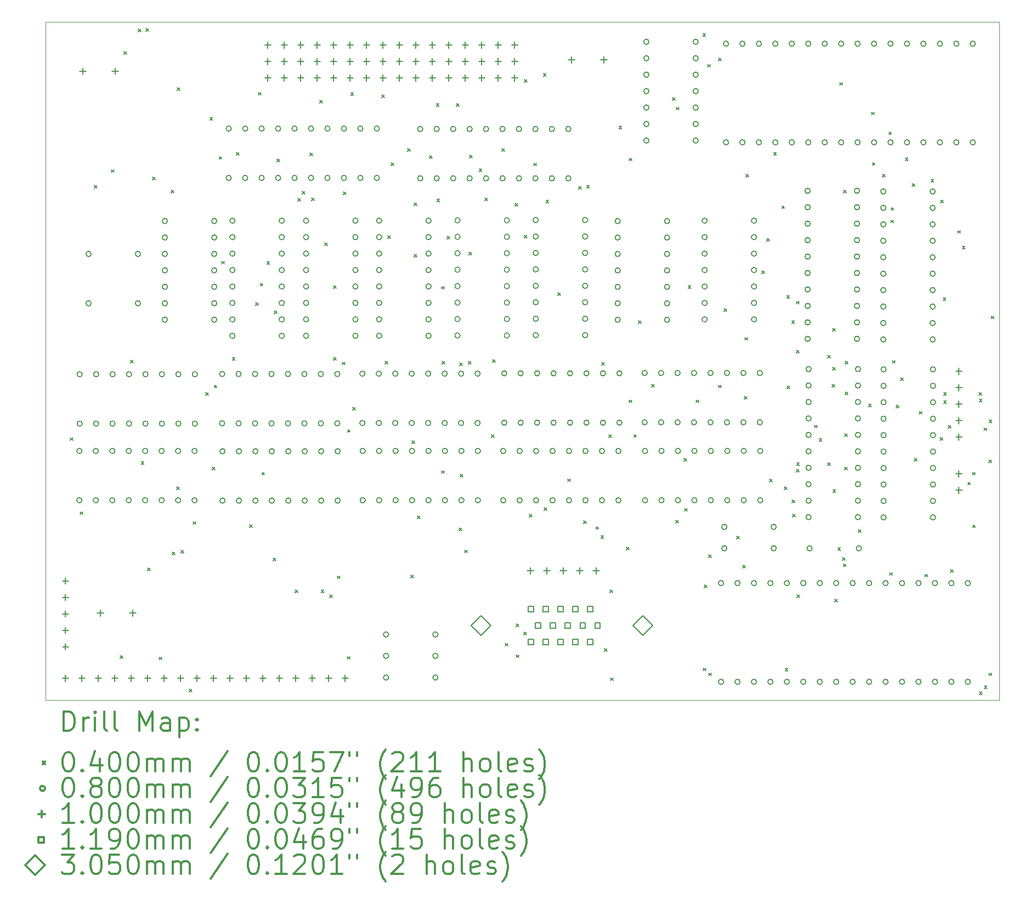
<source format=gbr>
%FSLAX45Y45*%
G04 Gerber Fmt 4.5, Leading zero omitted, Abs format (unit mm)*
G04 Created by KiCad (PCBNEW 5.1.12-84ad8e8a86~92~ubuntu18.04.1) date 2022-02-09 16:31:25*
%MOMM*%
%LPD*%
G01*
G04 APERTURE LIST*
%TA.AperFunction,Profile*%
%ADD10C,0.100000*%
%TD*%
%ADD11C,0.200000*%
%ADD12C,0.300000*%
G04 APERTURE END LIST*
D10*
X42636440Y-15346680D02*
X42636440Y-25826720D01*
X27909520Y-15346680D02*
X42636440Y-15346680D01*
X27909520Y-25826720D02*
X27909520Y-15346680D01*
X42636440Y-25826720D02*
X27909520Y-25826720D01*
D11*
X28295920Y-21773200D02*
X28335920Y-21813200D01*
X28335920Y-21773200D02*
X28295920Y-21813200D01*
X28443240Y-22916200D02*
X28483240Y-22956200D01*
X28483240Y-22916200D02*
X28443240Y-22956200D01*
X28666760Y-17876840D02*
X28706760Y-17916840D01*
X28706760Y-17876840D02*
X28666760Y-17916840D01*
X28925840Y-17633000D02*
X28965840Y-17673000D01*
X28965840Y-17633000D02*
X28925840Y-17673000D01*
X29063000Y-25141240D02*
X29103000Y-25181240D01*
X29103000Y-25141240D02*
X29063000Y-25181240D01*
X29123960Y-15809280D02*
X29163960Y-15849280D01*
X29163960Y-15809280D02*
X29123960Y-15849280D01*
X29225560Y-20574320D02*
X29265560Y-20614320D01*
X29265560Y-20574320D02*
X29225560Y-20614320D01*
X29342400Y-15458760D02*
X29382400Y-15498760D01*
X29382400Y-15458760D02*
X29342400Y-15498760D01*
X29388760Y-22144040D02*
X29428760Y-22184040D01*
X29428760Y-22144040D02*
X29388760Y-22184040D01*
X29464320Y-15453680D02*
X29504320Y-15493680D01*
X29504320Y-15453680D02*
X29464320Y-15493680D01*
X29489720Y-23784880D02*
X29529720Y-23824880D01*
X29529720Y-23784880D02*
X29489720Y-23824880D01*
X29565920Y-17744760D02*
X29605920Y-17784760D01*
X29605920Y-17744760D02*
X29565920Y-17784760D01*
X29667520Y-25160920D02*
X29707520Y-25200920D01*
X29707520Y-25160920D02*
X29667520Y-25200920D01*
X29850400Y-17949340D02*
X29890400Y-17989340D01*
X29890400Y-17949340D02*
X29850400Y-17989340D01*
X29870720Y-23541040D02*
X29910720Y-23581040D01*
X29910720Y-23541040D02*
X29870720Y-23581040D01*
X29936760Y-22533080D02*
X29976760Y-22573080D01*
X29976760Y-22533080D02*
X29936760Y-22573080D01*
X29943220Y-16366700D02*
X29983220Y-16406700D01*
X29983220Y-16366700D02*
X29943220Y-16406700D01*
X30005760Y-23515640D02*
X30045760Y-23555640D01*
X30045760Y-23515640D02*
X30005760Y-23555640D01*
X30129800Y-25658020D02*
X30169800Y-25698020D01*
X30169800Y-25658020D02*
X30129800Y-25698020D01*
X30190760Y-23068600D02*
X30230760Y-23108600D01*
X30230760Y-23068600D02*
X30190760Y-23108600D01*
X30383800Y-21077240D02*
X30423800Y-21117240D01*
X30423800Y-21077240D02*
X30383800Y-21117240D01*
X30447080Y-16825280D02*
X30487080Y-16865280D01*
X30487080Y-16825280D02*
X30447080Y-16865280D01*
X30485400Y-22225320D02*
X30525400Y-22265320D01*
X30525400Y-22225320D02*
X30485400Y-22265320D01*
X30515880Y-20960400D02*
X30555880Y-21000400D01*
X30555880Y-20960400D02*
X30515880Y-21000400D01*
X30592080Y-17429800D02*
X30632080Y-17469800D01*
X30632080Y-17429800D02*
X30592080Y-17469800D01*
X30630075Y-19047675D02*
X30670075Y-19087675D01*
X30670075Y-19047675D02*
X30630075Y-19087675D01*
X30795280Y-20533680D02*
X30835280Y-20573680D01*
X30835280Y-20533680D02*
X30795280Y-20573680D01*
X30860580Y-17368100D02*
X30900580Y-17408100D01*
X30900580Y-17368100D02*
X30860580Y-17408100D01*
X31059440Y-23114320D02*
X31099440Y-23154320D01*
X31099440Y-23114320D02*
X31059440Y-23154320D01*
X31154580Y-19683940D02*
X31194580Y-19723940D01*
X31194580Y-19683940D02*
X31154580Y-19723940D01*
X31196600Y-16439200D02*
X31236600Y-16479200D01*
X31236600Y-16439200D02*
X31196600Y-16479200D01*
X31227080Y-19385600D02*
X31267080Y-19425600D01*
X31267080Y-19385600D02*
X31227080Y-19425600D01*
X31252480Y-22306600D02*
X31292480Y-22346600D01*
X31292480Y-22306600D02*
X31252480Y-22346600D01*
X31328680Y-19050320D02*
X31368680Y-19090320D01*
X31368680Y-19050320D02*
X31328680Y-19090320D01*
X31425200Y-23632480D02*
X31465200Y-23672480D01*
X31465200Y-23632480D02*
X31425200Y-23672480D01*
X31440440Y-19812320D02*
X31480440Y-19852320D01*
X31480440Y-19812320D02*
X31440440Y-19852320D01*
X31486160Y-17470440D02*
X31526160Y-17510440D01*
X31526160Y-17470440D02*
X31486160Y-17510440D01*
X31765560Y-24125240D02*
X31805560Y-24165240D01*
X31805560Y-24125240D02*
X31765560Y-24165240D01*
X31807580Y-18074960D02*
X31847580Y-18114960D01*
X31847580Y-18074960D02*
X31807580Y-18114960D01*
X31877320Y-17968280D02*
X31917320Y-18008280D01*
X31917320Y-17968280D02*
X31877320Y-18008280D01*
X31994160Y-17373920D02*
X32034160Y-17413920D01*
X32034160Y-17373920D02*
X31994160Y-17413920D01*
X32019560Y-18069880D02*
X32059560Y-18109880D01*
X32059560Y-18069880D02*
X32019560Y-18109880D01*
X32146560Y-16561120D02*
X32186560Y-16601120D01*
X32186560Y-16561120D02*
X32146560Y-16601120D01*
X32166880Y-24120160D02*
X32206880Y-24160160D01*
X32206880Y-24120160D02*
X32166880Y-24160160D01*
X32222760Y-18760760D02*
X32262760Y-18800760D01*
X32262760Y-18760760D02*
X32222760Y-18800760D01*
X32298960Y-24196360D02*
X32338960Y-24236360D01*
X32338960Y-24196360D02*
X32298960Y-24236360D01*
X32355580Y-19425500D02*
X32395580Y-19465500D01*
X32395580Y-19425500D02*
X32355580Y-19465500D01*
X32359920Y-20532300D02*
X32399920Y-20572300D01*
X32399920Y-20532300D02*
X32359920Y-20572300D01*
X32415800Y-23906800D02*
X32455800Y-23946800D01*
X32455800Y-23906800D02*
X32415800Y-23946800D01*
X32489880Y-20604800D02*
X32529880Y-20644800D01*
X32529880Y-20604800D02*
X32489880Y-20644800D01*
X32507240Y-17973360D02*
X32547240Y-18013360D01*
X32547240Y-17973360D02*
X32507240Y-18013360D01*
X32568200Y-25151400D02*
X32608200Y-25191400D01*
X32608200Y-25151400D02*
X32568200Y-25191400D01*
X32573280Y-21646200D02*
X32613280Y-21686200D01*
X32613280Y-21646200D02*
X32573280Y-21686200D01*
X32624545Y-16444745D02*
X32664545Y-16484745D01*
X32664545Y-16444745D02*
X32624545Y-16484745D01*
X32654560Y-21300760D02*
X32694560Y-21340760D01*
X32694560Y-21300760D02*
X32654560Y-21340760D01*
X33101600Y-16474760D02*
X33141600Y-16514760D01*
X33141600Y-16474760D02*
X33101600Y-16514760D01*
X33152400Y-20594640D02*
X33192400Y-20634640D01*
X33192400Y-20594640D02*
X33152400Y-20634640D01*
X33193040Y-18654080D02*
X33233040Y-18694080D01*
X33233040Y-18654080D02*
X33193040Y-18694080D01*
X33248920Y-17526320D02*
X33288920Y-17566320D01*
X33288920Y-17526320D02*
X33248920Y-17566320D01*
X33502920Y-17307880D02*
X33542920Y-17347880D01*
X33542920Y-17307880D02*
X33502920Y-17347880D01*
X33548640Y-23896640D02*
X33588640Y-23936640D01*
X33588640Y-23896640D02*
X33548640Y-23936640D01*
X33565320Y-21817077D02*
X33605320Y-21857077D01*
X33605320Y-21817077D02*
X33565320Y-21857077D01*
X33603140Y-18146080D02*
X33643140Y-18186080D01*
X33643140Y-18146080D02*
X33603140Y-18186080D01*
X33603140Y-18938560D02*
X33643140Y-18978560D01*
X33643140Y-18938560D02*
X33603140Y-18978560D01*
X33655320Y-22977160D02*
X33695320Y-23017160D01*
X33695320Y-22977160D02*
X33655320Y-23017160D01*
X33838200Y-17414560D02*
X33878200Y-17454560D01*
X33878200Y-17414560D02*
X33838200Y-17454560D01*
X33944880Y-16611920D02*
X33984880Y-16651920D01*
X33984880Y-16611920D02*
X33944880Y-16651920D01*
X33953660Y-18085120D02*
X33993660Y-18125120D01*
X33993660Y-18085120D02*
X33953660Y-18125120D01*
X34025695Y-22281665D02*
X34065695Y-22321665D01*
X34065695Y-22281665D02*
X34025695Y-22321665D01*
X34026160Y-19436400D02*
X34066160Y-19476400D01*
X34066160Y-19436400D02*
X34026160Y-19476400D01*
X34031240Y-20594640D02*
X34071240Y-20634640D01*
X34071240Y-20594640D02*
X34031240Y-20634640D01*
X34110206Y-18661128D02*
X34150206Y-18701128D01*
X34150206Y-18661128D02*
X34110206Y-18701128D01*
X34254760Y-16611920D02*
X34294760Y-16651920D01*
X34294760Y-16611920D02*
X34254760Y-16651920D01*
X34295400Y-23165120D02*
X34335400Y-23205120D01*
X34335400Y-23165120D02*
X34295400Y-23205120D01*
X34305560Y-20614960D02*
X34345560Y-20654960D01*
X34345560Y-20614960D02*
X34305560Y-20654960D01*
X34310640Y-22337080D02*
X34350640Y-22377080D01*
X34350640Y-22337080D02*
X34310640Y-22377080D01*
X34381760Y-23509180D02*
X34421760Y-23549180D01*
X34421760Y-23509180D02*
X34381760Y-23549180D01*
X34442720Y-20589560D02*
X34482720Y-20629560D01*
X34482720Y-20589560D02*
X34442720Y-20629560D01*
X34447800Y-18908080D02*
X34487800Y-18948080D01*
X34487800Y-18908080D02*
X34447800Y-18948080D01*
X34457960Y-17409480D02*
X34497960Y-17449480D01*
X34497960Y-17409480D02*
X34457960Y-17449480D01*
X34605280Y-17617760D02*
X34645280Y-17657760D01*
X34645280Y-17617760D02*
X34605280Y-17657760D01*
X34696720Y-18069880D02*
X34736720Y-18109880D01*
X34736720Y-18069880D02*
X34696720Y-18109880D01*
X34798320Y-21727480D02*
X34838320Y-21767480D01*
X34838320Y-21727480D02*
X34798320Y-21767480D01*
X34813560Y-20569880D02*
X34853560Y-20609880D01*
X34853560Y-20569880D02*
X34813560Y-20609880D01*
X34955800Y-17307880D02*
X34995800Y-17347880D01*
X34995800Y-17307880D02*
X34955800Y-17347880D01*
X35006600Y-24948200D02*
X35046600Y-24988200D01*
X35046600Y-24948200D02*
X35006600Y-24988200D01*
X35157620Y-18156240D02*
X35197620Y-18196240D01*
X35197620Y-18156240D02*
X35157620Y-18196240D01*
X35174240Y-24648480D02*
X35214240Y-24688480D01*
X35214240Y-24648480D02*
X35174240Y-24688480D01*
X35174240Y-25126000D02*
X35214240Y-25166000D01*
X35214240Y-25126000D02*
X35174240Y-25166000D01*
X35296600Y-24775920D02*
X35336600Y-24815920D01*
X35336600Y-24775920D02*
X35296600Y-24815920D01*
X35302620Y-18643920D02*
X35342620Y-18683920D01*
X35342620Y-18643920D02*
X35302620Y-18683920D01*
X35304940Y-16239387D02*
X35344940Y-16279387D01*
X35344940Y-16239387D02*
X35304940Y-16279387D01*
X35377440Y-22956840D02*
X35417440Y-22996840D01*
X35417440Y-22956840D02*
X35377440Y-22996840D01*
X35448560Y-17531400D02*
X35488560Y-17571400D01*
X35488560Y-17531400D02*
X35448560Y-17571400D01*
X35595880Y-16149640D02*
X35635880Y-16189640D01*
X35635880Y-16149640D02*
X35595880Y-16189640D01*
X35606040Y-22855240D02*
X35646040Y-22895240D01*
X35646040Y-22855240D02*
X35606040Y-22895240D01*
X35638640Y-18100360D02*
X35678640Y-18140360D01*
X35678640Y-18100360D02*
X35638640Y-18140360D01*
X35820140Y-19532180D02*
X35860140Y-19572180D01*
X35860140Y-19532180D02*
X35820140Y-19572180D01*
X35971800Y-22409580D02*
X36011800Y-22449580D01*
X36011800Y-22409580D02*
X35971800Y-22449580D01*
X36144520Y-17892080D02*
X36184520Y-17932080D01*
X36184520Y-17892080D02*
X36144520Y-17932080D01*
X36220720Y-23058440D02*
X36260720Y-23098440D01*
X36260720Y-23058440D02*
X36220720Y-23098440D01*
X36264365Y-17874765D02*
X36304365Y-17914765D01*
X36304365Y-17874765D02*
X36264365Y-17914765D01*
X36407300Y-23144800D02*
X36447300Y-23184800D01*
X36447300Y-23144800D02*
X36407300Y-23184800D01*
X36484880Y-23287040D02*
X36524880Y-23327040D01*
X36524880Y-23287040D02*
X36484880Y-23327040D01*
X36495040Y-20609880D02*
X36535040Y-20649880D01*
X36535040Y-20609880D02*
X36495040Y-20649880D01*
X36540760Y-25029480D02*
X36580760Y-25069480D01*
X36580760Y-25029480D02*
X36540760Y-25069480D01*
X36607540Y-21726740D02*
X36647540Y-21766740D01*
X36647540Y-21726740D02*
X36607540Y-21766740D01*
X36627120Y-24120160D02*
X36667120Y-24160160D01*
X36667120Y-24120160D02*
X36627120Y-24160160D01*
X36632200Y-25481600D02*
X36672200Y-25521600D01*
X36672200Y-25481600D02*
X36632200Y-25521600D01*
X36764280Y-16962440D02*
X36804280Y-17002440D01*
X36804280Y-16962440D02*
X36764280Y-17002440D01*
X36881120Y-23459760D02*
X36921120Y-23499760D01*
X36921120Y-23459760D02*
X36881120Y-23499760D01*
X36920380Y-17455200D02*
X36960380Y-17495200D01*
X36960380Y-17455200D02*
X36920380Y-17495200D01*
X36920380Y-21189000D02*
X36960380Y-21229000D01*
X36960380Y-21189000D02*
X36920380Y-21229000D01*
X36992880Y-21722400D02*
X37032880Y-21762400D01*
X37032880Y-21722400D02*
X36992880Y-21762400D01*
X37065380Y-19964720D02*
X37105380Y-20004720D01*
X37105380Y-19964720D02*
X37065380Y-20004720D01*
X37267437Y-20947280D02*
X37307437Y-20987280D01*
X37307437Y-20947280D02*
X37267437Y-20987280D01*
X37587240Y-16520480D02*
X37627240Y-16560480D01*
X37627240Y-16520480D02*
X37587240Y-16560480D01*
X37643120Y-23048280D02*
X37683120Y-23088280D01*
X37683120Y-23048280D02*
X37643120Y-23088280D01*
X37648200Y-16667800D02*
X37688200Y-16707800D01*
X37688200Y-16667800D02*
X37648200Y-16707800D01*
X37770120Y-22088160D02*
X37810120Y-22128160D01*
X37810120Y-22088160D02*
X37770120Y-22128160D01*
X37775200Y-22865400D02*
X37815200Y-22905400D01*
X37815200Y-22865400D02*
X37775200Y-22905400D01*
X37831080Y-19421160D02*
X37871080Y-19461160D01*
X37871080Y-19421160D02*
X37831080Y-19461160D01*
X37953000Y-21189000D02*
X37993000Y-21229000D01*
X37993000Y-21189000D02*
X37953000Y-21229000D01*
X38059680Y-15529880D02*
X38099680Y-15569880D01*
X38099680Y-15529880D02*
X38059680Y-15569880D01*
X38064760Y-25329200D02*
X38104760Y-25369200D01*
X38104760Y-25329200D02*
X38064760Y-25369200D01*
X38078620Y-24043960D02*
X38118620Y-24083960D01*
X38118620Y-24043960D02*
X38078620Y-24083960D01*
X38132180Y-16007400D02*
X38172180Y-16047400D01*
X38172180Y-16007400D02*
X38132180Y-16047400D01*
X38151120Y-23581680D02*
X38191120Y-23621680D01*
X38191120Y-23581680D02*
X38151120Y-23621680D01*
X38151120Y-25405400D02*
X38191120Y-25445400D01*
X38191120Y-25405400D02*
X38151120Y-25445400D01*
X38297700Y-20961140D02*
X38337700Y-21001140D01*
X38337700Y-20961140D02*
X38297700Y-21001140D01*
X38298440Y-15910880D02*
X38338440Y-15950880D01*
X38338440Y-15910880D02*
X38298440Y-15950880D01*
X38384800Y-19776760D02*
X38424800Y-19816760D01*
X38424800Y-19776760D02*
X38384800Y-19816760D01*
X38582920Y-23292120D02*
X38622920Y-23332120D01*
X38622920Y-23292120D02*
X38582920Y-23332120D01*
X38674360Y-23739821D02*
X38714360Y-23779821D01*
X38714360Y-23739821D02*
X38674360Y-23779821D01*
X38699760Y-21133120D02*
X38739760Y-21173120D01*
X38739760Y-21133120D02*
X38699760Y-21173120D01*
X38704840Y-20223800D02*
X38744840Y-20263800D01*
X38744840Y-20223800D02*
X38704840Y-20263800D01*
X38725160Y-17706440D02*
X38765160Y-17746440D01*
X38765160Y-17706440D02*
X38725160Y-17746440D01*
X38971960Y-19195520D02*
X39011960Y-19235520D01*
X39011960Y-19195520D02*
X38971960Y-19235520D01*
X39044460Y-18695460D02*
X39084460Y-18735460D01*
X39084460Y-18695460D02*
X39044460Y-18735460D01*
X39085840Y-22413280D02*
X39125840Y-22453280D01*
X39125840Y-22413280D02*
X39085840Y-22453280D01*
X39151880Y-17368840D02*
X39191880Y-17408840D01*
X39191880Y-17368840D02*
X39151880Y-17408840D01*
X39278880Y-18191800D02*
X39318880Y-18231800D01*
X39318880Y-18191800D02*
X39278880Y-18231800D01*
X39316560Y-22533080D02*
X39356560Y-22573080D01*
X39356560Y-22533080D02*
X39316560Y-22573080D01*
X39329680Y-25332900D02*
X39369680Y-25372900D01*
X39369680Y-25332900D02*
X39329680Y-25372900D01*
X39355080Y-19573560D02*
X39395080Y-19613560D01*
X39395080Y-19573560D02*
X39355080Y-19613560D01*
X39357400Y-20970560D02*
X39397400Y-21010560D01*
X39397400Y-20970560D02*
X39357400Y-21010560D01*
X39429900Y-19964720D02*
X39469900Y-20004720D01*
X39469900Y-19964720D02*
X39429900Y-20004720D01*
X39436360Y-22733320D02*
X39476360Y-22773320D01*
X39476360Y-22733320D02*
X39436360Y-22773320D01*
X39441440Y-22956840D02*
X39481440Y-22996840D01*
X39481440Y-22956840D02*
X39441440Y-22996840D01*
X39502400Y-19665000D02*
X39542400Y-19705000D01*
X39542400Y-19665000D02*
X39502400Y-19705000D01*
X39502400Y-20421920D02*
X39542400Y-20461920D01*
X39542400Y-20421920D02*
X39502400Y-20461920D01*
X39502400Y-22260531D02*
X39542400Y-22300531D01*
X39542400Y-22260531D02*
X39502400Y-22300531D01*
X39507480Y-22160660D02*
X39547480Y-22200660D01*
X39547480Y-22160660D02*
X39507480Y-22200660D01*
X39512560Y-24196360D02*
X39552560Y-24236360D01*
X39552560Y-24196360D02*
X39512560Y-24236360D01*
X39782540Y-21579420D02*
X39822540Y-21619420D01*
X39822540Y-21579420D02*
X39782540Y-21619420D01*
X39855040Y-21786320D02*
X39895040Y-21826320D01*
X39895040Y-21786320D02*
X39855040Y-21826320D01*
X39985000Y-20497380D02*
X40025000Y-20537380D01*
X40025000Y-20497380D02*
X39985000Y-20537380D01*
X39985000Y-22160660D02*
X40025000Y-22200660D01*
X40025000Y-22160660D02*
X39985000Y-22200660D01*
X40051040Y-20945160D02*
X40091040Y-20985160D01*
X40091040Y-20945160D02*
X40051040Y-20985160D01*
X40061200Y-20086640D02*
X40101200Y-20126640D01*
X40101200Y-20086640D02*
X40061200Y-20126640D01*
X40061200Y-20686080D02*
X40101200Y-20726080D01*
X40101200Y-20686080D02*
X40061200Y-20726080D01*
X40066280Y-22575840D02*
X40106280Y-22615840D01*
X40106280Y-22575840D02*
X40066280Y-22615840D01*
X40096760Y-24268860D02*
X40136760Y-24308860D01*
X40136760Y-24268860D02*
X40096760Y-24308860D01*
X40141100Y-23469920D02*
X40181100Y-23509920D01*
X40181100Y-23469920D02*
X40141100Y-23509920D01*
X40172960Y-16286800D02*
X40212960Y-16326800D01*
X40212960Y-16286800D02*
X40172960Y-16326800D01*
X40213600Y-23622320D02*
X40253600Y-23662320D01*
X40253600Y-23622320D02*
X40213600Y-23662320D01*
X40227742Y-23721315D02*
X40267742Y-23761315D01*
X40267742Y-23721315D02*
X40227742Y-23761315D01*
X40233920Y-17947960D02*
X40273920Y-17987960D01*
X40273920Y-17947960D02*
X40233920Y-17987960D01*
X40247040Y-21707160D02*
X40287040Y-21747160D01*
X40287040Y-21707160D02*
X40247040Y-21747160D01*
X40247040Y-22225320D02*
X40287040Y-22265320D01*
X40287040Y-22225320D02*
X40247040Y-22265320D01*
X40254240Y-20589560D02*
X40294240Y-20629560D01*
X40294240Y-20589560D02*
X40254240Y-20629560D01*
X40254240Y-21067080D02*
X40294240Y-21107080D01*
X40294240Y-21067080D02*
X40254240Y-21107080D01*
X40457440Y-23191900D02*
X40497440Y-23231900D01*
X40497440Y-23191900D02*
X40457440Y-23231900D01*
X40617040Y-21255040D02*
X40657040Y-21295040D01*
X40657040Y-21255040D02*
X40617040Y-21295040D01*
X40660640Y-16744000D02*
X40700640Y-16784000D01*
X40700640Y-16744000D02*
X40660640Y-16784000D01*
X40675880Y-17522620D02*
X40715880Y-17562620D01*
X40715880Y-17522620D02*
X40675880Y-17562620D01*
X40833360Y-17706440D02*
X40873360Y-17746440D01*
X40873360Y-17706440D02*
X40833360Y-17746440D01*
X40929140Y-17048060D02*
X40969140Y-17088060D01*
X40969140Y-17048060D02*
X40929140Y-17088060D01*
X40945120Y-23856000D02*
X40985120Y-23896000D01*
X40985120Y-23856000D02*
X40945120Y-23896000D01*
X40956540Y-18413291D02*
X40996540Y-18453291D01*
X40996540Y-18413291D02*
X40956540Y-18453291D01*
X40962344Y-18217420D02*
X41002344Y-18257420D01*
X41002344Y-18217420D02*
X40962344Y-18257420D01*
X40985760Y-20579400D02*
X41025760Y-20619400D01*
X41025760Y-20579400D02*
X40985760Y-20619400D01*
X41046720Y-21268160D02*
X41086720Y-21308160D01*
X41086720Y-21268160D02*
X41046720Y-21308160D01*
X41112760Y-20843560D02*
X41152760Y-20883560D01*
X41152760Y-20843560D02*
X41112760Y-20883560D01*
X41183880Y-17450120D02*
X41223880Y-17490120D01*
X41223880Y-17450120D02*
X41183880Y-17490120D01*
X41290560Y-17851440D02*
X41330560Y-17891440D01*
X41330560Y-17851440D02*
X41290560Y-17891440D01*
X41321040Y-22088160D02*
X41361040Y-22128160D01*
X41361040Y-22088160D02*
X41321040Y-22128160D01*
X41402320Y-21366800D02*
X41442320Y-21406800D01*
X41442320Y-21366800D02*
X41402320Y-21406800D01*
X41483600Y-23881400D02*
X41523600Y-23921400D01*
X41523600Y-23881400D02*
X41483600Y-23921400D01*
X41581500Y-17778940D02*
X41621500Y-17818940D01*
X41621500Y-17778940D02*
X41581500Y-17818940D01*
X41722360Y-21768120D02*
X41762360Y-21808120D01*
X41762360Y-21768120D02*
X41722360Y-21808120D01*
X41732520Y-18100360D02*
X41772520Y-18140360D01*
X41772520Y-18100360D02*
X41732520Y-18140360D01*
X41768080Y-19609120D02*
X41808080Y-19649120D01*
X41808080Y-19609120D02*
X41768080Y-19649120D01*
X41775280Y-21077240D02*
X41815280Y-21117240D01*
X41815280Y-21077240D02*
X41775280Y-21117240D01*
X41775280Y-21204240D02*
X41815280Y-21244240D01*
X41815280Y-21204240D02*
X41775280Y-21244240D01*
X41849360Y-21580160D02*
X41889360Y-21620160D01*
X41889360Y-21580160D02*
X41849360Y-21620160D01*
X41884920Y-23808900D02*
X41924920Y-23848900D01*
X41924920Y-23808900D02*
X41884920Y-23848900D01*
X41991600Y-18572800D02*
X42031600Y-18612800D01*
X42031600Y-18572800D02*
X41991600Y-18612800D01*
X42064100Y-18811560D02*
X42104100Y-18851560D01*
X42104100Y-18811560D02*
X42064100Y-18851560D01*
X42149080Y-22459000D02*
X42189080Y-22499000D01*
X42189080Y-22459000D02*
X42149080Y-22499000D01*
X42221580Y-22306600D02*
X42261580Y-22346600D01*
X42261580Y-22306600D02*
X42221580Y-22346600D01*
X42225280Y-23119400D02*
X42265280Y-23159400D01*
X42265280Y-23119400D02*
X42225280Y-23159400D01*
X42321800Y-21077240D02*
X42361800Y-21117240D01*
X42361800Y-21077240D02*
X42321800Y-21117240D01*
X42326880Y-25694960D02*
X42366880Y-25734960D01*
X42366880Y-25694960D02*
X42326880Y-25734960D01*
X42327347Y-21177086D02*
X42367347Y-21217086D01*
X42367347Y-21177086D02*
X42327347Y-21217086D01*
X42399847Y-21620800D02*
X42439847Y-21660800D01*
X42439847Y-21620800D02*
X42399847Y-21660800D01*
X42403080Y-25603520D02*
X42443080Y-25643520D01*
X42443080Y-25603520D02*
X42403080Y-25643520D01*
X42472347Y-22118640D02*
X42512347Y-22158640D01*
X42512347Y-22118640D02*
X42472347Y-22158640D01*
X42474200Y-25405400D02*
X42514200Y-25445400D01*
X42514200Y-25405400D02*
X42474200Y-25445400D01*
X42479280Y-21498880D02*
X42519280Y-21538880D01*
X42519280Y-21498880D02*
X42479280Y-21538880D01*
X42509760Y-19893600D02*
X42549760Y-19933600D01*
X42549760Y-19893600D02*
X42509760Y-19933600D01*
X28472760Y-21976080D02*
G75*
G03*
X28472760Y-21976080I-40000J0D01*
G01*
X28472760Y-22738080D02*
G75*
G03*
X28472760Y-22738080I-40000J0D01*
G01*
X28477840Y-20792440D02*
G75*
G03*
X28477840Y-20792440I-40000J0D01*
G01*
X28477840Y-21554440D02*
G75*
G03*
X28477840Y-21554440I-40000J0D01*
G01*
X28615000Y-18933160D02*
G75*
G03*
X28615000Y-18933160I-40000J0D01*
G01*
X28615000Y-19695160D02*
G75*
G03*
X28615000Y-19695160I-40000J0D01*
G01*
X28726760Y-21976080D02*
G75*
G03*
X28726760Y-21976080I-40000J0D01*
G01*
X28726760Y-22738080D02*
G75*
G03*
X28726760Y-22738080I-40000J0D01*
G01*
X28731840Y-20792440D02*
G75*
G03*
X28731840Y-20792440I-40000J0D01*
G01*
X28731840Y-21554440D02*
G75*
G03*
X28731840Y-21554440I-40000J0D01*
G01*
X28980760Y-21976080D02*
G75*
G03*
X28980760Y-21976080I-40000J0D01*
G01*
X28980760Y-22738080D02*
G75*
G03*
X28980760Y-22738080I-40000J0D01*
G01*
X28985840Y-20792440D02*
G75*
G03*
X28985840Y-20792440I-40000J0D01*
G01*
X28985840Y-21554440D02*
G75*
G03*
X28985840Y-21554440I-40000J0D01*
G01*
X29234760Y-21976080D02*
G75*
G03*
X29234760Y-21976080I-40000J0D01*
G01*
X29234760Y-22738080D02*
G75*
G03*
X29234760Y-22738080I-40000J0D01*
G01*
X29239840Y-20792440D02*
G75*
G03*
X29239840Y-20792440I-40000J0D01*
G01*
X29239840Y-21554440D02*
G75*
G03*
X29239840Y-21554440I-40000J0D01*
G01*
X29377000Y-18933160D02*
G75*
G03*
X29377000Y-18933160I-40000J0D01*
G01*
X29377000Y-19695160D02*
G75*
G03*
X29377000Y-19695160I-40000J0D01*
G01*
X29488760Y-21976080D02*
G75*
G03*
X29488760Y-21976080I-40000J0D01*
G01*
X29488760Y-22738080D02*
G75*
G03*
X29488760Y-22738080I-40000J0D01*
G01*
X29493840Y-20792440D02*
G75*
G03*
X29493840Y-20792440I-40000J0D01*
G01*
X29493840Y-21554440D02*
G75*
G03*
X29493840Y-21554440I-40000J0D01*
G01*
X29742760Y-21976080D02*
G75*
G03*
X29742760Y-21976080I-40000J0D01*
G01*
X29742760Y-22738080D02*
G75*
G03*
X29742760Y-22738080I-40000J0D01*
G01*
X29747840Y-20792440D02*
G75*
G03*
X29747840Y-20792440I-40000J0D01*
G01*
X29747840Y-21554440D02*
G75*
G03*
X29747840Y-21554440I-40000J0D01*
G01*
X29793560Y-18425160D02*
G75*
G03*
X29793560Y-18425160I-40000J0D01*
G01*
X29793560Y-18679160D02*
G75*
G03*
X29793560Y-18679160I-40000J0D01*
G01*
X29793560Y-18933160D02*
G75*
G03*
X29793560Y-18933160I-40000J0D01*
G01*
X29793560Y-19187160D02*
G75*
G03*
X29793560Y-19187160I-40000J0D01*
G01*
X29793560Y-19441160D02*
G75*
G03*
X29793560Y-19441160I-40000J0D01*
G01*
X29793560Y-19695160D02*
G75*
G03*
X29793560Y-19695160I-40000J0D01*
G01*
X29793560Y-19949160D02*
G75*
G03*
X29793560Y-19949160I-40000J0D01*
G01*
X29996760Y-21976080D02*
G75*
G03*
X29996760Y-21976080I-40000J0D01*
G01*
X29996760Y-22738080D02*
G75*
G03*
X29996760Y-22738080I-40000J0D01*
G01*
X30001840Y-20792440D02*
G75*
G03*
X30001840Y-20792440I-40000J0D01*
G01*
X30001840Y-21554440D02*
G75*
G03*
X30001840Y-21554440I-40000J0D01*
G01*
X30250760Y-21976080D02*
G75*
G03*
X30250760Y-21976080I-40000J0D01*
G01*
X30250760Y-22738080D02*
G75*
G03*
X30250760Y-22738080I-40000J0D01*
G01*
X30255840Y-20792440D02*
G75*
G03*
X30255840Y-20792440I-40000J0D01*
G01*
X30255840Y-21554440D02*
G75*
G03*
X30255840Y-21554440I-40000J0D01*
G01*
X30555560Y-18425160D02*
G75*
G03*
X30555560Y-18425160I-40000J0D01*
G01*
X30555560Y-18679160D02*
G75*
G03*
X30555560Y-18679160I-40000J0D01*
G01*
X30555560Y-18933160D02*
G75*
G03*
X30555560Y-18933160I-40000J0D01*
G01*
X30555560Y-19187160D02*
G75*
G03*
X30555560Y-19187160I-40000J0D01*
G01*
X30555560Y-19441160D02*
G75*
G03*
X30555560Y-19441160I-40000J0D01*
G01*
X30555560Y-19695160D02*
G75*
G03*
X30555560Y-19695160I-40000J0D01*
G01*
X30555560Y-19949160D02*
G75*
G03*
X30555560Y-19949160I-40000J0D01*
G01*
X30677480Y-20787360D02*
G75*
G03*
X30677480Y-20787360I-40000J0D01*
G01*
X30677480Y-21549360D02*
G75*
G03*
X30677480Y-21549360I-40000J0D01*
G01*
X30682560Y-21981160D02*
G75*
G03*
X30682560Y-21981160I-40000J0D01*
G01*
X30682560Y-22743160D02*
G75*
G03*
X30682560Y-22743160I-40000J0D01*
G01*
X30779080Y-16997680D02*
G75*
G03*
X30779080Y-16997680I-40000J0D01*
G01*
X30779080Y-17759680D02*
G75*
G03*
X30779080Y-17759680I-40000J0D01*
G01*
X30834960Y-18420080D02*
G75*
G03*
X30834960Y-18420080I-40000J0D01*
G01*
X30834960Y-18674080D02*
G75*
G03*
X30834960Y-18674080I-40000J0D01*
G01*
X30834960Y-18928080D02*
G75*
G03*
X30834960Y-18928080I-40000J0D01*
G01*
X30834960Y-19182080D02*
G75*
G03*
X30834960Y-19182080I-40000J0D01*
G01*
X30834960Y-19436080D02*
G75*
G03*
X30834960Y-19436080I-40000J0D01*
G01*
X30834960Y-19690080D02*
G75*
G03*
X30834960Y-19690080I-40000J0D01*
G01*
X30834960Y-19944080D02*
G75*
G03*
X30834960Y-19944080I-40000J0D01*
G01*
X30834960Y-20198080D02*
G75*
G03*
X30834960Y-20198080I-40000J0D01*
G01*
X30931480Y-20787360D02*
G75*
G03*
X30931480Y-20787360I-40000J0D01*
G01*
X30931480Y-21549360D02*
G75*
G03*
X30931480Y-21549360I-40000J0D01*
G01*
X30936560Y-21981160D02*
G75*
G03*
X30936560Y-21981160I-40000J0D01*
G01*
X30936560Y-22743160D02*
G75*
G03*
X30936560Y-22743160I-40000J0D01*
G01*
X31033080Y-16997680D02*
G75*
G03*
X31033080Y-16997680I-40000J0D01*
G01*
X31033080Y-17759680D02*
G75*
G03*
X31033080Y-17759680I-40000J0D01*
G01*
X31185480Y-20787360D02*
G75*
G03*
X31185480Y-20787360I-40000J0D01*
G01*
X31185480Y-21549360D02*
G75*
G03*
X31185480Y-21549360I-40000J0D01*
G01*
X31190560Y-21981160D02*
G75*
G03*
X31190560Y-21981160I-40000J0D01*
G01*
X31190560Y-22743160D02*
G75*
G03*
X31190560Y-22743160I-40000J0D01*
G01*
X31287080Y-16997680D02*
G75*
G03*
X31287080Y-16997680I-40000J0D01*
G01*
X31287080Y-17759680D02*
G75*
G03*
X31287080Y-17759680I-40000J0D01*
G01*
X31439480Y-20787360D02*
G75*
G03*
X31439480Y-20787360I-40000J0D01*
G01*
X31439480Y-21549360D02*
G75*
G03*
X31439480Y-21549360I-40000J0D01*
G01*
X31444560Y-21981160D02*
G75*
G03*
X31444560Y-21981160I-40000J0D01*
G01*
X31444560Y-22743160D02*
G75*
G03*
X31444560Y-22743160I-40000J0D01*
G01*
X31541080Y-16997680D02*
G75*
G03*
X31541080Y-16997680I-40000J0D01*
G01*
X31541080Y-17759680D02*
G75*
G03*
X31541080Y-17759680I-40000J0D01*
G01*
X31596960Y-18420080D02*
G75*
G03*
X31596960Y-18420080I-40000J0D01*
G01*
X31596960Y-18674080D02*
G75*
G03*
X31596960Y-18674080I-40000J0D01*
G01*
X31596960Y-18928080D02*
G75*
G03*
X31596960Y-18928080I-40000J0D01*
G01*
X31596960Y-19182080D02*
G75*
G03*
X31596960Y-19182080I-40000J0D01*
G01*
X31596960Y-19436080D02*
G75*
G03*
X31596960Y-19436080I-40000J0D01*
G01*
X31596960Y-19690080D02*
G75*
G03*
X31596960Y-19690080I-40000J0D01*
G01*
X31596960Y-19944080D02*
G75*
G03*
X31596960Y-19944080I-40000J0D01*
G01*
X31596960Y-20198080D02*
G75*
G03*
X31596960Y-20198080I-40000J0D01*
G01*
X31693480Y-20787360D02*
G75*
G03*
X31693480Y-20787360I-40000J0D01*
G01*
X31693480Y-21549360D02*
G75*
G03*
X31693480Y-21549360I-40000J0D01*
G01*
X31698560Y-21981160D02*
G75*
G03*
X31698560Y-21981160I-40000J0D01*
G01*
X31698560Y-22743160D02*
G75*
G03*
X31698560Y-22743160I-40000J0D01*
G01*
X31795080Y-16997680D02*
G75*
G03*
X31795080Y-16997680I-40000J0D01*
G01*
X31795080Y-17759680D02*
G75*
G03*
X31795080Y-17759680I-40000J0D01*
G01*
X31947480Y-20787360D02*
G75*
G03*
X31947480Y-20787360I-40000J0D01*
G01*
X31947480Y-21549360D02*
G75*
G03*
X31947480Y-21549360I-40000J0D01*
G01*
X31952560Y-21981160D02*
G75*
G03*
X31952560Y-21981160I-40000J0D01*
G01*
X31952560Y-22743160D02*
G75*
G03*
X31952560Y-22743160I-40000J0D01*
G01*
X31972880Y-18420080D02*
G75*
G03*
X31972880Y-18420080I-40000J0D01*
G01*
X31972880Y-18674080D02*
G75*
G03*
X31972880Y-18674080I-40000J0D01*
G01*
X31972880Y-18928080D02*
G75*
G03*
X31972880Y-18928080I-40000J0D01*
G01*
X31972880Y-19182080D02*
G75*
G03*
X31972880Y-19182080I-40000J0D01*
G01*
X31972880Y-19436080D02*
G75*
G03*
X31972880Y-19436080I-40000J0D01*
G01*
X31972880Y-19690080D02*
G75*
G03*
X31972880Y-19690080I-40000J0D01*
G01*
X31972880Y-19944080D02*
G75*
G03*
X31972880Y-19944080I-40000J0D01*
G01*
X31972880Y-20198080D02*
G75*
G03*
X31972880Y-20198080I-40000J0D01*
G01*
X32049080Y-16997680D02*
G75*
G03*
X32049080Y-16997680I-40000J0D01*
G01*
X32049080Y-17759680D02*
G75*
G03*
X32049080Y-17759680I-40000J0D01*
G01*
X32201480Y-20787360D02*
G75*
G03*
X32201480Y-20787360I-40000J0D01*
G01*
X32201480Y-21549360D02*
G75*
G03*
X32201480Y-21549360I-40000J0D01*
G01*
X32206560Y-21981160D02*
G75*
G03*
X32206560Y-21981160I-40000J0D01*
G01*
X32206560Y-22743160D02*
G75*
G03*
X32206560Y-22743160I-40000J0D01*
G01*
X32303080Y-16997680D02*
G75*
G03*
X32303080Y-16997680I-40000J0D01*
G01*
X32303080Y-17759680D02*
G75*
G03*
X32303080Y-17759680I-40000J0D01*
G01*
X32455480Y-20787360D02*
G75*
G03*
X32455480Y-20787360I-40000J0D01*
G01*
X32455480Y-21549360D02*
G75*
G03*
X32455480Y-21549360I-40000J0D01*
G01*
X32460560Y-21981160D02*
G75*
G03*
X32460560Y-21981160I-40000J0D01*
G01*
X32460560Y-22743160D02*
G75*
G03*
X32460560Y-22743160I-40000J0D01*
G01*
X32557080Y-16997680D02*
G75*
G03*
X32557080Y-16997680I-40000J0D01*
G01*
X32557080Y-17759680D02*
G75*
G03*
X32557080Y-17759680I-40000J0D01*
G01*
X32734880Y-18420080D02*
G75*
G03*
X32734880Y-18420080I-40000J0D01*
G01*
X32734880Y-18674080D02*
G75*
G03*
X32734880Y-18674080I-40000J0D01*
G01*
X32734880Y-18928080D02*
G75*
G03*
X32734880Y-18928080I-40000J0D01*
G01*
X32734880Y-19182080D02*
G75*
G03*
X32734880Y-19182080I-40000J0D01*
G01*
X32734880Y-19436080D02*
G75*
G03*
X32734880Y-19436080I-40000J0D01*
G01*
X32734880Y-19690080D02*
G75*
G03*
X32734880Y-19690080I-40000J0D01*
G01*
X32734880Y-19944080D02*
G75*
G03*
X32734880Y-19944080I-40000J0D01*
G01*
X32734880Y-20198080D02*
G75*
G03*
X32734880Y-20198080I-40000J0D01*
G01*
X32811080Y-16997680D02*
G75*
G03*
X32811080Y-16997680I-40000J0D01*
G01*
X32811080Y-17759680D02*
G75*
G03*
X32811080Y-17759680I-40000J0D01*
G01*
X32841560Y-20782280D02*
G75*
G03*
X32841560Y-20782280I-40000J0D01*
G01*
X32841560Y-21544280D02*
G75*
G03*
X32841560Y-21544280I-40000J0D01*
G01*
X32846640Y-21976080D02*
G75*
G03*
X32846640Y-21976080I-40000J0D01*
G01*
X32846640Y-22738080D02*
G75*
G03*
X32846640Y-22738080I-40000J0D01*
G01*
X33065080Y-16997680D02*
G75*
G03*
X33065080Y-16997680I-40000J0D01*
G01*
X33065080Y-17759680D02*
G75*
G03*
X33065080Y-17759680I-40000J0D01*
G01*
X33095560Y-20782280D02*
G75*
G03*
X33095560Y-20782280I-40000J0D01*
G01*
X33095560Y-21544280D02*
G75*
G03*
X33095560Y-21544280I-40000J0D01*
G01*
X33100640Y-18420080D02*
G75*
G03*
X33100640Y-18420080I-40000J0D01*
G01*
X33100640Y-18674080D02*
G75*
G03*
X33100640Y-18674080I-40000J0D01*
G01*
X33100640Y-18928080D02*
G75*
G03*
X33100640Y-18928080I-40000J0D01*
G01*
X33100640Y-19182080D02*
G75*
G03*
X33100640Y-19182080I-40000J0D01*
G01*
X33100640Y-19436080D02*
G75*
G03*
X33100640Y-19436080I-40000J0D01*
G01*
X33100640Y-19690080D02*
G75*
G03*
X33100640Y-19690080I-40000J0D01*
G01*
X33100640Y-19944080D02*
G75*
G03*
X33100640Y-19944080I-40000J0D01*
G01*
X33100640Y-20198080D02*
G75*
G03*
X33100640Y-20198080I-40000J0D01*
G01*
X33100640Y-21976080D02*
G75*
G03*
X33100640Y-21976080I-40000J0D01*
G01*
X33100640Y-22738080D02*
G75*
G03*
X33100640Y-22738080I-40000J0D01*
G01*
X33207320Y-24810720D02*
G75*
G03*
X33207320Y-24810720I-40000J0D01*
G01*
X33207320Y-25140920D02*
G75*
G03*
X33207320Y-25140920I-40000J0D01*
G01*
X33207320Y-25476200D02*
G75*
G03*
X33207320Y-25476200I-40000J0D01*
G01*
X33349560Y-20782280D02*
G75*
G03*
X33349560Y-20782280I-40000J0D01*
G01*
X33349560Y-21544280D02*
G75*
G03*
X33349560Y-21544280I-40000J0D01*
G01*
X33354640Y-21976080D02*
G75*
G03*
X33354640Y-21976080I-40000J0D01*
G01*
X33354640Y-22738080D02*
G75*
G03*
X33354640Y-22738080I-40000J0D01*
G01*
X33603560Y-20782280D02*
G75*
G03*
X33603560Y-20782280I-40000J0D01*
G01*
X33603560Y-21544280D02*
G75*
G03*
X33603560Y-21544280I-40000J0D01*
G01*
X33608640Y-21976080D02*
G75*
G03*
X33608640Y-21976080I-40000J0D01*
G01*
X33608640Y-22738080D02*
G75*
G03*
X33608640Y-22738080I-40000J0D01*
G01*
X33735640Y-17002760D02*
G75*
G03*
X33735640Y-17002760I-40000J0D01*
G01*
X33735640Y-17764760D02*
G75*
G03*
X33735640Y-17764760I-40000J0D01*
G01*
X33857560Y-20782280D02*
G75*
G03*
X33857560Y-20782280I-40000J0D01*
G01*
X33857560Y-21544280D02*
G75*
G03*
X33857560Y-21544280I-40000J0D01*
G01*
X33862640Y-18420080D02*
G75*
G03*
X33862640Y-18420080I-40000J0D01*
G01*
X33862640Y-18674080D02*
G75*
G03*
X33862640Y-18674080I-40000J0D01*
G01*
X33862640Y-18928080D02*
G75*
G03*
X33862640Y-18928080I-40000J0D01*
G01*
X33862640Y-19182080D02*
G75*
G03*
X33862640Y-19182080I-40000J0D01*
G01*
X33862640Y-19436080D02*
G75*
G03*
X33862640Y-19436080I-40000J0D01*
G01*
X33862640Y-19690080D02*
G75*
G03*
X33862640Y-19690080I-40000J0D01*
G01*
X33862640Y-19944080D02*
G75*
G03*
X33862640Y-19944080I-40000J0D01*
G01*
X33862640Y-20198080D02*
G75*
G03*
X33862640Y-20198080I-40000J0D01*
G01*
X33862640Y-21976080D02*
G75*
G03*
X33862640Y-21976080I-40000J0D01*
G01*
X33862640Y-22738080D02*
G75*
G03*
X33862640Y-22738080I-40000J0D01*
G01*
X33969320Y-24810720D02*
G75*
G03*
X33969320Y-24810720I-40000J0D01*
G01*
X33969320Y-25140920D02*
G75*
G03*
X33969320Y-25140920I-40000J0D01*
G01*
X33969320Y-25476200D02*
G75*
G03*
X33969320Y-25476200I-40000J0D01*
G01*
X33989640Y-17002760D02*
G75*
G03*
X33989640Y-17002760I-40000J0D01*
G01*
X33989640Y-17764760D02*
G75*
G03*
X33989640Y-17764760I-40000J0D01*
G01*
X34111560Y-20782280D02*
G75*
G03*
X34111560Y-20782280I-40000J0D01*
G01*
X34111560Y-21544280D02*
G75*
G03*
X34111560Y-21544280I-40000J0D01*
G01*
X34116640Y-21976080D02*
G75*
G03*
X34116640Y-21976080I-40000J0D01*
G01*
X34116640Y-22738080D02*
G75*
G03*
X34116640Y-22738080I-40000J0D01*
G01*
X34243640Y-17002760D02*
G75*
G03*
X34243640Y-17002760I-40000J0D01*
G01*
X34243640Y-17764760D02*
G75*
G03*
X34243640Y-17764760I-40000J0D01*
G01*
X34309680Y-18415000D02*
G75*
G03*
X34309680Y-18415000I-40000J0D01*
G01*
X34309680Y-18669000D02*
G75*
G03*
X34309680Y-18669000I-40000J0D01*
G01*
X34309680Y-18923000D02*
G75*
G03*
X34309680Y-18923000I-40000J0D01*
G01*
X34309680Y-19177000D02*
G75*
G03*
X34309680Y-19177000I-40000J0D01*
G01*
X34309680Y-19431000D02*
G75*
G03*
X34309680Y-19431000I-40000J0D01*
G01*
X34309680Y-19685000D02*
G75*
G03*
X34309680Y-19685000I-40000J0D01*
G01*
X34309680Y-19939000D02*
G75*
G03*
X34309680Y-19939000I-40000J0D01*
G01*
X34309680Y-20193000D02*
G75*
G03*
X34309680Y-20193000I-40000J0D01*
G01*
X34365560Y-20782280D02*
G75*
G03*
X34365560Y-20782280I-40000J0D01*
G01*
X34365560Y-21544280D02*
G75*
G03*
X34365560Y-21544280I-40000J0D01*
G01*
X34370640Y-21976080D02*
G75*
G03*
X34370640Y-21976080I-40000J0D01*
G01*
X34370640Y-22738080D02*
G75*
G03*
X34370640Y-22738080I-40000J0D01*
G01*
X34497640Y-17002760D02*
G75*
G03*
X34497640Y-17002760I-40000J0D01*
G01*
X34497640Y-17764760D02*
G75*
G03*
X34497640Y-17764760I-40000J0D01*
G01*
X34619560Y-20782280D02*
G75*
G03*
X34619560Y-20782280I-40000J0D01*
G01*
X34619560Y-21544280D02*
G75*
G03*
X34619560Y-21544280I-40000J0D01*
G01*
X34624640Y-21976080D02*
G75*
G03*
X34624640Y-21976080I-40000J0D01*
G01*
X34624640Y-22738080D02*
G75*
G03*
X34624640Y-22738080I-40000J0D01*
G01*
X34751640Y-17002760D02*
G75*
G03*
X34751640Y-17002760I-40000J0D01*
G01*
X34751640Y-17764760D02*
G75*
G03*
X34751640Y-17764760I-40000J0D01*
G01*
X35005640Y-17002760D02*
G75*
G03*
X35005640Y-17002760I-40000J0D01*
G01*
X35005640Y-17764760D02*
G75*
G03*
X35005640Y-17764760I-40000J0D01*
G01*
X35015800Y-21976080D02*
G75*
G03*
X35015800Y-21976080I-40000J0D01*
G01*
X35015800Y-22738080D02*
G75*
G03*
X35015800Y-22738080I-40000J0D01*
G01*
X35031040Y-20777200D02*
G75*
G03*
X35031040Y-20777200I-40000J0D01*
G01*
X35031040Y-21539200D02*
G75*
G03*
X35031040Y-21539200I-40000J0D01*
G01*
X35071680Y-18415000D02*
G75*
G03*
X35071680Y-18415000I-40000J0D01*
G01*
X35071680Y-18669000D02*
G75*
G03*
X35071680Y-18669000I-40000J0D01*
G01*
X35071680Y-18923000D02*
G75*
G03*
X35071680Y-18923000I-40000J0D01*
G01*
X35071680Y-19177000D02*
G75*
G03*
X35071680Y-19177000I-40000J0D01*
G01*
X35071680Y-19431000D02*
G75*
G03*
X35071680Y-19431000I-40000J0D01*
G01*
X35071680Y-19685000D02*
G75*
G03*
X35071680Y-19685000I-40000J0D01*
G01*
X35071680Y-19939000D02*
G75*
G03*
X35071680Y-19939000I-40000J0D01*
G01*
X35071680Y-20193000D02*
G75*
G03*
X35071680Y-20193000I-40000J0D01*
G01*
X35259640Y-17002760D02*
G75*
G03*
X35259640Y-17002760I-40000J0D01*
G01*
X35259640Y-17764760D02*
G75*
G03*
X35259640Y-17764760I-40000J0D01*
G01*
X35269800Y-21976080D02*
G75*
G03*
X35269800Y-21976080I-40000J0D01*
G01*
X35269800Y-22738080D02*
G75*
G03*
X35269800Y-22738080I-40000J0D01*
G01*
X35285040Y-20777200D02*
G75*
G03*
X35285040Y-20777200I-40000J0D01*
G01*
X35285040Y-21539200D02*
G75*
G03*
X35285040Y-21539200I-40000J0D01*
G01*
X35513640Y-17002760D02*
G75*
G03*
X35513640Y-17002760I-40000J0D01*
G01*
X35513640Y-17764760D02*
G75*
G03*
X35513640Y-17764760I-40000J0D01*
G01*
X35518720Y-18409920D02*
G75*
G03*
X35518720Y-18409920I-40000J0D01*
G01*
X35518720Y-18663920D02*
G75*
G03*
X35518720Y-18663920I-40000J0D01*
G01*
X35518720Y-18917920D02*
G75*
G03*
X35518720Y-18917920I-40000J0D01*
G01*
X35518720Y-19171920D02*
G75*
G03*
X35518720Y-19171920I-40000J0D01*
G01*
X35518720Y-19425920D02*
G75*
G03*
X35518720Y-19425920I-40000J0D01*
G01*
X35518720Y-19679920D02*
G75*
G03*
X35518720Y-19679920I-40000J0D01*
G01*
X35518720Y-19933920D02*
G75*
G03*
X35518720Y-19933920I-40000J0D01*
G01*
X35518720Y-20187920D02*
G75*
G03*
X35518720Y-20187920I-40000J0D01*
G01*
X35523800Y-21976080D02*
G75*
G03*
X35523800Y-21976080I-40000J0D01*
G01*
X35523800Y-22738080D02*
G75*
G03*
X35523800Y-22738080I-40000J0D01*
G01*
X35539040Y-20777200D02*
G75*
G03*
X35539040Y-20777200I-40000J0D01*
G01*
X35539040Y-21539200D02*
G75*
G03*
X35539040Y-21539200I-40000J0D01*
G01*
X35767640Y-17002760D02*
G75*
G03*
X35767640Y-17002760I-40000J0D01*
G01*
X35767640Y-17764760D02*
G75*
G03*
X35767640Y-17764760I-40000J0D01*
G01*
X35777800Y-21976080D02*
G75*
G03*
X35777800Y-21976080I-40000J0D01*
G01*
X35777800Y-22738080D02*
G75*
G03*
X35777800Y-22738080I-40000J0D01*
G01*
X35793040Y-20777200D02*
G75*
G03*
X35793040Y-20777200I-40000J0D01*
G01*
X35793040Y-21539200D02*
G75*
G03*
X35793040Y-21539200I-40000J0D01*
G01*
X36021640Y-17002760D02*
G75*
G03*
X36021640Y-17002760I-40000J0D01*
G01*
X36021640Y-17764760D02*
G75*
G03*
X36021640Y-17764760I-40000J0D01*
G01*
X36031800Y-21976080D02*
G75*
G03*
X36031800Y-21976080I-40000J0D01*
G01*
X36031800Y-22738080D02*
G75*
G03*
X36031800Y-22738080I-40000J0D01*
G01*
X36047040Y-20777200D02*
G75*
G03*
X36047040Y-20777200I-40000J0D01*
G01*
X36047040Y-21539200D02*
G75*
G03*
X36047040Y-21539200I-40000J0D01*
G01*
X36280720Y-18409920D02*
G75*
G03*
X36280720Y-18409920I-40000J0D01*
G01*
X36280720Y-18663920D02*
G75*
G03*
X36280720Y-18663920I-40000J0D01*
G01*
X36280720Y-18917920D02*
G75*
G03*
X36280720Y-18917920I-40000J0D01*
G01*
X36280720Y-19171920D02*
G75*
G03*
X36280720Y-19171920I-40000J0D01*
G01*
X36280720Y-19425920D02*
G75*
G03*
X36280720Y-19425920I-40000J0D01*
G01*
X36280720Y-19679920D02*
G75*
G03*
X36280720Y-19679920I-40000J0D01*
G01*
X36280720Y-19933920D02*
G75*
G03*
X36280720Y-19933920I-40000J0D01*
G01*
X36280720Y-20187920D02*
G75*
G03*
X36280720Y-20187920I-40000J0D01*
G01*
X36285800Y-21976080D02*
G75*
G03*
X36285800Y-21976080I-40000J0D01*
G01*
X36285800Y-22738080D02*
G75*
G03*
X36285800Y-22738080I-40000J0D01*
G01*
X36301040Y-20777200D02*
G75*
G03*
X36301040Y-20777200I-40000J0D01*
G01*
X36301040Y-21539200D02*
G75*
G03*
X36301040Y-21539200I-40000J0D01*
G01*
X36539800Y-21976080D02*
G75*
G03*
X36539800Y-21976080I-40000J0D01*
G01*
X36539800Y-22738080D02*
G75*
G03*
X36539800Y-22738080I-40000J0D01*
G01*
X36555040Y-20777200D02*
G75*
G03*
X36555040Y-20777200I-40000J0D01*
G01*
X36555040Y-21539200D02*
G75*
G03*
X36555040Y-21539200I-40000J0D01*
G01*
X36783640Y-18425160D02*
G75*
G03*
X36783640Y-18425160I-40000J0D01*
G01*
X36783640Y-18679160D02*
G75*
G03*
X36783640Y-18679160I-40000J0D01*
G01*
X36783640Y-18933160D02*
G75*
G03*
X36783640Y-18933160I-40000J0D01*
G01*
X36783640Y-19187160D02*
G75*
G03*
X36783640Y-19187160I-40000J0D01*
G01*
X36783640Y-19441160D02*
G75*
G03*
X36783640Y-19441160I-40000J0D01*
G01*
X36783640Y-19695160D02*
G75*
G03*
X36783640Y-19695160I-40000J0D01*
G01*
X36783640Y-19949160D02*
G75*
G03*
X36783640Y-19949160I-40000J0D01*
G01*
X36793800Y-21976080D02*
G75*
G03*
X36793800Y-21976080I-40000J0D01*
G01*
X36793800Y-22738080D02*
G75*
G03*
X36793800Y-22738080I-40000J0D01*
G01*
X36809040Y-20777200D02*
G75*
G03*
X36809040Y-20777200I-40000J0D01*
G01*
X36809040Y-21539200D02*
G75*
G03*
X36809040Y-21539200I-40000J0D01*
G01*
X37200200Y-20772120D02*
G75*
G03*
X37200200Y-20772120I-40000J0D01*
G01*
X37200200Y-21534120D02*
G75*
G03*
X37200200Y-21534120I-40000J0D01*
G01*
X37205280Y-21976080D02*
G75*
G03*
X37205280Y-21976080I-40000J0D01*
G01*
X37205280Y-22738080D02*
G75*
G03*
X37205280Y-22738080I-40000J0D01*
G01*
X37225600Y-15656560D02*
G75*
G03*
X37225600Y-15656560I-40000J0D01*
G01*
X37225600Y-15910560D02*
G75*
G03*
X37225600Y-15910560I-40000J0D01*
G01*
X37225600Y-16164560D02*
G75*
G03*
X37225600Y-16164560I-40000J0D01*
G01*
X37225600Y-16418560D02*
G75*
G03*
X37225600Y-16418560I-40000J0D01*
G01*
X37225600Y-16672560D02*
G75*
G03*
X37225600Y-16672560I-40000J0D01*
G01*
X37225600Y-16926560D02*
G75*
G03*
X37225600Y-16926560I-40000J0D01*
G01*
X37225600Y-17180560D02*
G75*
G03*
X37225600Y-17180560I-40000J0D01*
G01*
X37454200Y-20772120D02*
G75*
G03*
X37454200Y-20772120I-40000J0D01*
G01*
X37454200Y-21534120D02*
G75*
G03*
X37454200Y-21534120I-40000J0D01*
G01*
X37459280Y-21976080D02*
G75*
G03*
X37459280Y-21976080I-40000J0D01*
G01*
X37459280Y-22738080D02*
G75*
G03*
X37459280Y-22738080I-40000J0D01*
G01*
X37545640Y-18425160D02*
G75*
G03*
X37545640Y-18425160I-40000J0D01*
G01*
X37545640Y-18679160D02*
G75*
G03*
X37545640Y-18679160I-40000J0D01*
G01*
X37545640Y-18933160D02*
G75*
G03*
X37545640Y-18933160I-40000J0D01*
G01*
X37545640Y-19187160D02*
G75*
G03*
X37545640Y-19187160I-40000J0D01*
G01*
X37545640Y-19441160D02*
G75*
G03*
X37545640Y-19441160I-40000J0D01*
G01*
X37545640Y-19695160D02*
G75*
G03*
X37545640Y-19695160I-40000J0D01*
G01*
X37545640Y-19949160D02*
G75*
G03*
X37545640Y-19949160I-40000J0D01*
G01*
X37708200Y-20772120D02*
G75*
G03*
X37708200Y-20772120I-40000J0D01*
G01*
X37708200Y-21534120D02*
G75*
G03*
X37708200Y-21534120I-40000J0D01*
G01*
X37713280Y-21976080D02*
G75*
G03*
X37713280Y-21976080I-40000J0D01*
G01*
X37713280Y-22738080D02*
G75*
G03*
X37713280Y-22738080I-40000J0D01*
G01*
X37962200Y-20772120D02*
G75*
G03*
X37962200Y-20772120I-40000J0D01*
G01*
X37962200Y-21534120D02*
G75*
G03*
X37962200Y-21534120I-40000J0D01*
G01*
X37967280Y-21976080D02*
G75*
G03*
X37967280Y-21976080I-40000J0D01*
G01*
X37967280Y-22738080D02*
G75*
G03*
X37967280Y-22738080I-40000J0D01*
G01*
X37987600Y-15656560D02*
G75*
G03*
X37987600Y-15656560I-40000J0D01*
G01*
X37987600Y-15910560D02*
G75*
G03*
X37987600Y-15910560I-40000J0D01*
G01*
X37987600Y-16164560D02*
G75*
G03*
X37987600Y-16164560I-40000J0D01*
G01*
X37987600Y-16418560D02*
G75*
G03*
X37987600Y-16418560I-40000J0D01*
G01*
X37987600Y-16672560D02*
G75*
G03*
X37987600Y-16672560I-40000J0D01*
G01*
X37987600Y-16926560D02*
G75*
G03*
X37987600Y-16926560I-40000J0D01*
G01*
X37987600Y-17180560D02*
G75*
G03*
X37987600Y-17180560I-40000J0D01*
G01*
X38124760Y-18420080D02*
G75*
G03*
X38124760Y-18420080I-40000J0D01*
G01*
X38124760Y-18674080D02*
G75*
G03*
X38124760Y-18674080I-40000J0D01*
G01*
X38124760Y-18928080D02*
G75*
G03*
X38124760Y-18928080I-40000J0D01*
G01*
X38124760Y-19182080D02*
G75*
G03*
X38124760Y-19182080I-40000J0D01*
G01*
X38124760Y-19436080D02*
G75*
G03*
X38124760Y-19436080I-40000J0D01*
G01*
X38124760Y-19690080D02*
G75*
G03*
X38124760Y-19690080I-40000J0D01*
G01*
X38124760Y-19944080D02*
G75*
G03*
X38124760Y-19944080I-40000J0D01*
G01*
X38216200Y-20772120D02*
G75*
G03*
X38216200Y-20772120I-40000J0D01*
G01*
X38216200Y-21534120D02*
G75*
G03*
X38216200Y-21534120I-40000J0D01*
G01*
X38221280Y-21976080D02*
G75*
G03*
X38221280Y-21976080I-40000J0D01*
G01*
X38221280Y-22738080D02*
G75*
G03*
X38221280Y-22738080I-40000J0D01*
G01*
X38378760Y-24018240D02*
G75*
G03*
X38378760Y-24018240I-40000J0D01*
G01*
X38378760Y-25542240D02*
G75*
G03*
X38378760Y-25542240I-40000J0D01*
G01*
X38429560Y-23149560D02*
G75*
G03*
X38429560Y-23149560I-40000J0D01*
G01*
X38429560Y-23479760D02*
G75*
G03*
X38429560Y-23479760I-40000J0D01*
G01*
X38454960Y-15687040D02*
G75*
G03*
X38454960Y-15687040I-40000J0D01*
G01*
X38454960Y-17211040D02*
G75*
G03*
X38454960Y-17211040I-40000J0D01*
G01*
X38470200Y-20772120D02*
G75*
G03*
X38470200Y-20772120I-40000J0D01*
G01*
X38470200Y-21534120D02*
G75*
G03*
X38470200Y-21534120I-40000J0D01*
G01*
X38475280Y-21976080D02*
G75*
G03*
X38475280Y-21976080I-40000J0D01*
G01*
X38475280Y-22738080D02*
G75*
G03*
X38475280Y-22738080I-40000J0D01*
G01*
X38632760Y-24018240D02*
G75*
G03*
X38632760Y-24018240I-40000J0D01*
G01*
X38632760Y-25542240D02*
G75*
G03*
X38632760Y-25542240I-40000J0D01*
G01*
X38708960Y-15687040D02*
G75*
G03*
X38708960Y-15687040I-40000J0D01*
G01*
X38708960Y-17211040D02*
G75*
G03*
X38708960Y-17211040I-40000J0D01*
G01*
X38724200Y-20772120D02*
G75*
G03*
X38724200Y-20772120I-40000J0D01*
G01*
X38724200Y-21534120D02*
G75*
G03*
X38724200Y-21534120I-40000J0D01*
G01*
X38729280Y-21976080D02*
G75*
G03*
X38729280Y-21976080I-40000J0D01*
G01*
X38729280Y-22738080D02*
G75*
G03*
X38729280Y-22738080I-40000J0D01*
G01*
X38886760Y-18420080D02*
G75*
G03*
X38886760Y-18420080I-40000J0D01*
G01*
X38886760Y-18674080D02*
G75*
G03*
X38886760Y-18674080I-40000J0D01*
G01*
X38886760Y-18928080D02*
G75*
G03*
X38886760Y-18928080I-40000J0D01*
G01*
X38886760Y-19182080D02*
G75*
G03*
X38886760Y-19182080I-40000J0D01*
G01*
X38886760Y-19436080D02*
G75*
G03*
X38886760Y-19436080I-40000J0D01*
G01*
X38886760Y-19690080D02*
G75*
G03*
X38886760Y-19690080I-40000J0D01*
G01*
X38886760Y-19944080D02*
G75*
G03*
X38886760Y-19944080I-40000J0D01*
G01*
X38886760Y-24018240D02*
G75*
G03*
X38886760Y-24018240I-40000J0D01*
G01*
X38886760Y-25542240D02*
G75*
G03*
X38886760Y-25542240I-40000J0D01*
G01*
X38962960Y-15687040D02*
G75*
G03*
X38962960Y-15687040I-40000J0D01*
G01*
X38962960Y-17211040D02*
G75*
G03*
X38962960Y-17211040I-40000J0D01*
G01*
X38978200Y-20772120D02*
G75*
G03*
X38978200Y-20772120I-40000J0D01*
G01*
X38978200Y-21534120D02*
G75*
G03*
X38978200Y-21534120I-40000J0D01*
G01*
X38983280Y-21976080D02*
G75*
G03*
X38983280Y-21976080I-40000J0D01*
G01*
X38983280Y-22738080D02*
G75*
G03*
X38983280Y-22738080I-40000J0D01*
G01*
X39140760Y-24018240D02*
G75*
G03*
X39140760Y-24018240I-40000J0D01*
G01*
X39140760Y-25542240D02*
G75*
G03*
X39140760Y-25542240I-40000J0D01*
G01*
X39191560Y-23149560D02*
G75*
G03*
X39191560Y-23149560I-40000J0D01*
G01*
X39191560Y-23479760D02*
G75*
G03*
X39191560Y-23479760I-40000J0D01*
G01*
X39216960Y-15687040D02*
G75*
G03*
X39216960Y-15687040I-40000J0D01*
G01*
X39216960Y-17211040D02*
G75*
G03*
X39216960Y-17211040I-40000J0D01*
G01*
X39394760Y-24018240D02*
G75*
G03*
X39394760Y-24018240I-40000J0D01*
G01*
X39394760Y-25542240D02*
G75*
G03*
X39394760Y-25542240I-40000J0D01*
G01*
X39470960Y-15687040D02*
G75*
G03*
X39470960Y-15687040I-40000J0D01*
G01*
X39470960Y-17211040D02*
G75*
G03*
X39470960Y-17211040I-40000J0D01*
G01*
X39648760Y-24018240D02*
G75*
G03*
X39648760Y-24018240I-40000J0D01*
G01*
X39648760Y-25542240D02*
G75*
G03*
X39648760Y-25542240I-40000J0D01*
G01*
X39714800Y-17957800D02*
G75*
G03*
X39714800Y-17957800I-40000J0D01*
G01*
X39714800Y-18211800D02*
G75*
G03*
X39714800Y-18211800I-40000J0D01*
G01*
X39714800Y-18465800D02*
G75*
G03*
X39714800Y-18465800I-40000J0D01*
G01*
X39714800Y-18719800D02*
G75*
G03*
X39714800Y-18719800I-40000J0D01*
G01*
X39714800Y-18973800D02*
G75*
G03*
X39714800Y-18973800I-40000J0D01*
G01*
X39714800Y-19227800D02*
G75*
G03*
X39714800Y-19227800I-40000J0D01*
G01*
X39714800Y-19481800D02*
G75*
G03*
X39714800Y-19481800I-40000J0D01*
G01*
X39714800Y-19735800D02*
G75*
G03*
X39714800Y-19735800I-40000J0D01*
G01*
X39714800Y-19989800D02*
G75*
G03*
X39714800Y-19989800I-40000J0D01*
G01*
X39714800Y-20243800D02*
G75*
G03*
X39714800Y-20243800I-40000J0D01*
G01*
X39724960Y-15687040D02*
G75*
G03*
X39724960Y-15687040I-40000J0D01*
G01*
X39724960Y-17211040D02*
G75*
G03*
X39724960Y-17211040I-40000J0D01*
G01*
X39730040Y-20711160D02*
G75*
G03*
X39730040Y-20711160I-40000J0D01*
G01*
X39730040Y-20965160D02*
G75*
G03*
X39730040Y-20965160I-40000J0D01*
G01*
X39730040Y-21219160D02*
G75*
G03*
X39730040Y-21219160I-40000J0D01*
G01*
X39730040Y-21473160D02*
G75*
G03*
X39730040Y-21473160I-40000J0D01*
G01*
X39730040Y-21727160D02*
G75*
G03*
X39730040Y-21727160I-40000J0D01*
G01*
X39730040Y-21981160D02*
G75*
G03*
X39730040Y-21981160I-40000J0D01*
G01*
X39730040Y-22235160D02*
G75*
G03*
X39730040Y-22235160I-40000J0D01*
G01*
X39730040Y-22489160D02*
G75*
G03*
X39730040Y-22489160I-40000J0D01*
G01*
X39730040Y-22743160D02*
G75*
G03*
X39730040Y-22743160I-40000J0D01*
G01*
X39730040Y-22997160D02*
G75*
G03*
X39730040Y-22997160I-40000J0D01*
G01*
X39745280Y-23479760D02*
G75*
G03*
X39745280Y-23479760I-40000J0D01*
G01*
X39902760Y-24018240D02*
G75*
G03*
X39902760Y-24018240I-40000J0D01*
G01*
X39902760Y-25542240D02*
G75*
G03*
X39902760Y-25542240I-40000J0D01*
G01*
X39978960Y-15687040D02*
G75*
G03*
X39978960Y-15687040I-40000J0D01*
G01*
X39978960Y-17211040D02*
G75*
G03*
X39978960Y-17211040I-40000J0D01*
G01*
X40156760Y-24018240D02*
G75*
G03*
X40156760Y-24018240I-40000J0D01*
G01*
X40156760Y-25542240D02*
G75*
G03*
X40156760Y-25542240I-40000J0D01*
G01*
X40232960Y-15687040D02*
G75*
G03*
X40232960Y-15687040I-40000J0D01*
G01*
X40232960Y-17211040D02*
G75*
G03*
X40232960Y-17211040I-40000J0D01*
G01*
X40410760Y-24018240D02*
G75*
G03*
X40410760Y-24018240I-40000J0D01*
G01*
X40410760Y-25542240D02*
G75*
G03*
X40410760Y-25542240I-40000J0D01*
G01*
X40476800Y-17957800D02*
G75*
G03*
X40476800Y-17957800I-40000J0D01*
G01*
X40476800Y-18211800D02*
G75*
G03*
X40476800Y-18211800I-40000J0D01*
G01*
X40476800Y-18465800D02*
G75*
G03*
X40476800Y-18465800I-40000J0D01*
G01*
X40476800Y-18719800D02*
G75*
G03*
X40476800Y-18719800I-40000J0D01*
G01*
X40476800Y-18973800D02*
G75*
G03*
X40476800Y-18973800I-40000J0D01*
G01*
X40476800Y-19227800D02*
G75*
G03*
X40476800Y-19227800I-40000J0D01*
G01*
X40476800Y-19481800D02*
G75*
G03*
X40476800Y-19481800I-40000J0D01*
G01*
X40476800Y-19735800D02*
G75*
G03*
X40476800Y-19735800I-40000J0D01*
G01*
X40476800Y-19989800D02*
G75*
G03*
X40476800Y-19989800I-40000J0D01*
G01*
X40476800Y-20243800D02*
G75*
G03*
X40476800Y-20243800I-40000J0D01*
G01*
X40486960Y-15687040D02*
G75*
G03*
X40486960Y-15687040I-40000J0D01*
G01*
X40486960Y-17211040D02*
G75*
G03*
X40486960Y-17211040I-40000J0D01*
G01*
X40492040Y-20711160D02*
G75*
G03*
X40492040Y-20711160I-40000J0D01*
G01*
X40492040Y-20965160D02*
G75*
G03*
X40492040Y-20965160I-40000J0D01*
G01*
X40492040Y-21219160D02*
G75*
G03*
X40492040Y-21219160I-40000J0D01*
G01*
X40492040Y-21473160D02*
G75*
G03*
X40492040Y-21473160I-40000J0D01*
G01*
X40492040Y-21727160D02*
G75*
G03*
X40492040Y-21727160I-40000J0D01*
G01*
X40492040Y-21981160D02*
G75*
G03*
X40492040Y-21981160I-40000J0D01*
G01*
X40492040Y-22235160D02*
G75*
G03*
X40492040Y-22235160I-40000J0D01*
G01*
X40492040Y-22489160D02*
G75*
G03*
X40492040Y-22489160I-40000J0D01*
G01*
X40492040Y-22743160D02*
G75*
G03*
X40492040Y-22743160I-40000J0D01*
G01*
X40492040Y-22997160D02*
G75*
G03*
X40492040Y-22997160I-40000J0D01*
G01*
X40507280Y-23479760D02*
G75*
G03*
X40507280Y-23479760I-40000J0D01*
G01*
X40664760Y-24018240D02*
G75*
G03*
X40664760Y-24018240I-40000J0D01*
G01*
X40664760Y-25542240D02*
G75*
G03*
X40664760Y-25542240I-40000J0D01*
G01*
X40740960Y-15687040D02*
G75*
G03*
X40740960Y-15687040I-40000J0D01*
G01*
X40740960Y-17211040D02*
G75*
G03*
X40740960Y-17211040I-40000J0D01*
G01*
X40883200Y-17967960D02*
G75*
G03*
X40883200Y-17967960I-40000J0D01*
G01*
X40883200Y-18221960D02*
G75*
G03*
X40883200Y-18221960I-40000J0D01*
G01*
X40883200Y-18475960D02*
G75*
G03*
X40883200Y-18475960I-40000J0D01*
G01*
X40883200Y-18729960D02*
G75*
G03*
X40883200Y-18729960I-40000J0D01*
G01*
X40883200Y-18983960D02*
G75*
G03*
X40883200Y-18983960I-40000J0D01*
G01*
X40883200Y-19237960D02*
G75*
G03*
X40883200Y-19237960I-40000J0D01*
G01*
X40883200Y-19491960D02*
G75*
G03*
X40883200Y-19491960I-40000J0D01*
G01*
X40883200Y-19745960D02*
G75*
G03*
X40883200Y-19745960I-40000J0D01*
G01*
X40883200Y-19999960D02*
G75*
G03*
X40883200Y-19999960I-40000J0D01*
G01*
X40883200Y-20253960D02*
G75*
G03*
X40883200Y-20253960I-40000J0D01*
G01*
X40888280Y-20716240D02*
G75*
G03*
X40888280Y-20716240I-40000J0D01*
G01*
X40888280Y-20970240D02*
G75*
G03*
X40888280Y-20970240I-40000J0D01*
G01*
X40888280Y-21224240D02*
G75*
G03*
X40888280Y-21224240I-40000J0D01*
G01*
X40888280Y-21478240D02*
G75*
G03*
X40888280Y-21478240I-40000J0D01*
G01*
X40888280Y-21732240D02*
G75*
G03*
X40888280Y-21732240I-40000J0D01*
G01*
X40888280Y-21986240D02*
G75*
G03*
X40888280Y-21986240I-40000J0D01*
G01*
X40888280Y-22240240D02*
G75*
G03*
X40888280Y-22240240I-40000J0D01*
G01*
X40888280Y-22494240D02*
G75*
G03*
X40888280Y-22494240I-40000J0D01*
G01*
X40888280Y-22748240D02*
G75*
G03*
X40888280Y-22748240I-40000J0D01*
G01*
X40888280Y-23002240D02*
G75*
G03*
X40888280Y-23002240I-40000J0D01*
G01*
X40918760Y-24018240D02*
G75*
G03*
X40918760Y-24018240I-40000J0D01*
G01*
X40918760Y-25542240D02*
G75*
G03*
X40918760Y-25542240I-40000J0D01*
G01*
X40994960Y-15687040D02*
G75*
G03*
X40994960Y-15687040I-40000J0D01*
G01*
X40994960Y-17211040D02*
G75*
G03*
X40994960Y-17211040I-40000J0D01*
G01*
X41172760Y-24018240D02*
G75*
G03*
X41172760Y-24018240I-40000J0D01*
G01*
X41172760Y-25542240D02*
G75*
G03*
X41172760Y-25542240I-40000J0D01*
G01*
X41248960Y-15687040D02*
G75*
G03*
X41248960Y-15687040I-40000J0D01*
G01*
X41248960Y-17211040D02*
G75*
G03*
X41248960Y-17211040I-40000J0D01*
G01*
X41426760Y-24018240D02*
G75*
G03*
X41426760Y-24018240I-40000J0D01*
G01*
X41426760Y-25542240D02*
G75*
G03*
X41426760Y-25542240I-40000J0D01*
G01*
X41502960Y-15687040D02*
G75*
G03*
X41502960Y-15687040I-40000J0D01*
G01*
X41502960Y-17211040D02*
G75*
G03*
X41502960Y-17211040I-40000J0D01*
G01*
X41645200Y-17967960D02*
G75*
G03*
X41645200Y-17967960I-40000J0D01*
G01*
X41645200Y-18221960D02*
G75*
G03*
X41645200Y-18221960I-40000J0D01*
G01*
X41645200Y-18475960D02*
G75*
G03*
X41645200Y-18475960I-40000J0D01*
G01*
X41645200Y-18729960D02*
G75*
G03*
X41645200Y-18729960I-40000J0D01*
G01*
X41645200Y-18983960D02*
G75*
G03*
X41645200Y-18983960I-40000J0D01*
G01*
X41645200Y-19237960D02*
G75*
G03*
X41645200Y-19237960I-40000J0D01*
G01*
X41645200Y-19491960D02*
G75*
G03*
X41645200Y-19491960I-40000J0D01*
G01*
X41645200Y-19745960D02*
G75*
G03*
X41645200Y-19745960I-40000J0D01*
G01*
X41645200Y-19999960D02*
G75*
G03*
X41645200Y-19999960I-40000J0D01*
G01*
X41645200Y-20253960D02*
G75*
G03*
X41645200Y-20253960I-40000J0D01*
G01*
X41650280Y-20716240D02*
G75*
G03*
X41650280Y-20716240I-40000J0D01*
G01*
X41650280Y-20970240D02*
G75*
G03*
X41650280Y-20970240I-40000J0D01*
G01*
X41650280Y-21224240D02*
G75*
G03*
X41650280Y-21224240I-40000J0D01*
G01*
X41650280Y-21478240D02*
G75*
G03*
X41650280Y-21478240I-40000J0D01*
G01*
X41650280Y-21732240D02*
G75*
G03*
X41650280Y-21732240I-40000J0D01*
G01*
X41650280Y-21986240D02*
G75*
G03*
X41650280Y-21986240I-40000J0D01*
G01*
X41650280Y-22240240D02*
G75*
G03*
X41650280Y-22240240I-40000J0D01*
G01*
X41650280Y-22494240D02*
G75*
G03*
X41650280Y-22494240I-40000J0D01*
G01*
X41650280Y-22748240D02*
G75*
G03*
X41650280Y-22748240I-40000J0D01*
G01*
X41650280Y-23002240D02*
G75*
G03*
X41650280Y-23002240I-40000J0D01*
G01*
X41680760Y-24018240D02*
G75*
G03*
X41680760Y-24018240I-40000J0D01*
G01*
X41680760Y-25542240D02*
G75*
G03*
X41680760Y-25542240I-40000J0D01*
G01*
X41756960Y-15687040D02*
G75*
G03*
X41756960Y-15687040I-40000J0D01*
G01*
X41756960Y-17211040D02*
G75*
G03*
X41756960Y-17211040I-40000J0D01*
G01*
X41934760Y-24018240D02*
G75*
G03*
X41934760Y-24018240I-40000J0D01*
G01*
X41934760Y-25542240D02*
G75*
G03*
X41934760Y-25542240I-40000J0D01*
G01*
X42010960Y-15687040D02*
G75*
G03*
X42010960Y-15687040I-40000J0D01*
G01*
X42010960Y-17211040D02*
G75*
G03*
X42010960Y-17211040I-40000J0D01*
G01*
X42188760Y-24018240D02*
G75*
G03*
X42188760Y-24018240I-40000J0D01*
G01*
X42188760Y-25542240D02*
G75*
G03*
X42188760Y-25542240I-40000J0D01*
G01*
X42264960Y-15687040D02*
G75*
G03*
X42264960Y-15687040I-40000J0D01*
G01*
X42264960Y-17211040D02*
G75*
G03*
X42264960Y-17211040I-40000J0D01*
G01*
X28219400Y-23932680D02*
X28219400Y-24032680D01*
X28169400Y-23982680D02*
X28269400Y-23982680D01*
X28219400Y-24186680D02*
X28219400Y-24286680D01*
X28169400Y-24236680D02*
X28269400Y-24236680D01*
X28219400Y-24440680D02*
X28219400Y-24540680D01*
X28169400Y-24490680D02*
X28269400Y-24490680D01*
X28219400Y-24694680D02*
X28219400Y-24794680D01*
X28169400Y-24744680D02*
X28269400Y-24744680D01*
X28219400Y-24948680D02*
X28219400Y-25048680D01*
X28169400Y-24998680D02*
X28269400Y-24998680D01*
X28219400Y-25436360D02*
X28219400Y-25536360D01*
X28169400Y-25486360D02*
X28269400Y-25486360D01*
X28473400Y-25436360D02*
X28473400Y-25536360D01*
X28423400Y-25486360D02*
X28523400Y-25486360D01*
X28488640Y-16058680D02*
X28488640Y-16158680D01*
X28438640Y-16108680D02*
X28538640Y-16108680D01*
X28727400Y-25436360D02*
X28727400Y-25536360D01*
X28677400Y-25486360D02*
X28777400Y-25486360D01*
X28757880Y-24430520D02*
X28757880Y-24530520D01*
X28707880Y-24480520D02*
X28807880Y-24480520D01*
X28981400Y-25436360D02*
X28981400Y-25536360D01*
X28931400Y-25486360D02*
X29031400Y-25486360D01*
X28988640Y-16058680D02*
X28988640Y-16158680D01*
X28938640Y-16108680D02*
X29038640Y-16108680D01*
X29235400Y-25436360D02*
X29235400Y-25536360D01*
X29185400Y-25486360D02*
X29285400Y-25486360D01*
X29257880Y-24430520D02*
X29257880Y-24530520D01*
X29207880Y-24480520D02*
X29307880Y-24480520D01*
X29489400Y-25436360D02*
X29489400Y-25536360D01*
X29439400Y-25486360D02*
X29539400Y-25486360D01*
X29743400Y-25436360D02*
X29743400Y-25536360D01*
X29693400Y-25486360D02*
X29793400Y-25486360D01*
X29997400Y-25436360D02*
X29997400Y-25536360D01*
X29947400Y-25486360D02*
X30047400Y-25486360D01*
X30251400Y-25436360D02*
X30251400Y-25536360D01*
X30201400Y-25486360D02*
X30301400Y-25486360D01*
X30505400Y-25436360D02*
X30505400Y-25536360D01*
X30455400Y-25486360D02*
X30555400Y-25486360D01*
X30759400Y-25436360D02*
X30759400Y-25536360D01*
X30709400Y-25486360D02*
X30809400Y-25486360D01*
X31013400Y-25436360D02*
X31013400Y-25536360D01*
X30963400Y-25486360D02*
X31063400Y-25486360D01*
X31267400Y-25436360D02*
X31267400Y-25536360D01*
X31217400Y-25486360D02*
X31317400Y-25486360D01*
X31343600Y-15657360D02*
X31343600Y-15757360D01*
X31293600Y-15707360D02*
X31393600Y-15707360D01*
X31343600Y-15911360D02*
X31343600Y-16011360D01*
X31293600Y-15961360D02*
X31393600Y-15961360D01*
X31343600Y-16165360D02*
X31343600Y-16265360D01*
X31293600Y-16215360D02*
X31393600Y-16215360D01*
X31521400Y-25436360D02*
X31521400Y-25536360D01*
X31471400Y-25486360D02*
X31571400Y-25486360D01*
X31597600Y-15657360D02*
X31597600Y-15757360D01*
X31547600Y-15707360D02*
X31647600Y-15707360D01*
X31597600Y-15911360D02*
X31597600Y-16011360D01*
X31547600Y-15961360D02*
X31647600Y-15961360D01*
X31597600Y-16165360D02*
X31597600Y-16265360D01*
X31547600Y-16215360D02*
X31647600Y-16215360D01*
X31775400Y-25436360D02*
X31775400Y-25536360D01*
X31725400Y-25486360D02*
X31825400Y-25486360D01*
X31851600Y-15657360D02*
X31851600Y-15757360D01*
X31801600Y-15707360D02*
X31901600Y-15707360D01*
X31851600Y-15911360D02*
X31851600Y-16011360D01*
X31801600Y-15961360D02*
X31901600Y-15961360D01*
X31851600Y-16165360D02*
X31851600Y-16265360D01*
X31801600Y-16215360D02*
X31901600Y-16215360D01*
X32029400Y-25436360D02*
X32029400Y-25536360D01*
X31979400Y-25486360D02*
X32079400Y-25486360D01*
X32105600Y-15657360D02*
X32105600Y-15757360D01*
X32055600Y-15707360D02*
X32155600Y-15707360D01*
X32105600Y-15911360D02*
X32105600Y-16011360D01*
X32055600Y-15961360D02*
X32155600Y-15961360D01*
X32105600Y-16165360D02*
X32105600Y-16265360D01*
X32055600Y-16215360D02*
X32155600Y-16215360D01*
X32283400Y-25436360D02*
X32283400Y-25536360D01*
X32233400Y-25486360D02*
X32333400Y-25486360D01*
X32359600Y-15657360D02*
X32359600Y-15757360D01*
X32309600Y-15707360D02*
X32409600Y-15707360D01*
X32359600Y-15911360D02*
X32359600Y-16011360D01*
X32309600Y-15961360D02*
X32409600Y-15961360D01*
X32359600Y-16165360D02*
X32359600Y-16265360D01*
X32309600Y-16215360D02*
X32409600Y-16215360D01*
X32537400Y-25436360D02*
X32537400Y-25536360D01*
X32487400Y-25486360D02*
X32587400Y-25486360D01*
X32613600Y-15657360D02*
X32613600Y-15757360D01*
X32563600Y-15707360D02*
X32663600Y-15707360D01*
X32613600Y-15911360D02*
X32613600Y-16011360D01*
X32563600Y-15961360D02*
X32663600Y-15961360D01*
X32613600Y-16165360D02*
X32613600Y-16265360D01*
X32563600Y-16215360D02*
X32663600Y-16215360D01*
X32867600Y-15657360D02*
X32867600Y-15757360D01*
X32817600Y-15707360D02*
X32917600Y-15707360D01*
X32867600Y-15911360D02*
X32867600Y-16011360D01*
X32817600Y-15961360D02*
X32917600Y-15961360D01*
X32867600Y-16165360D02*
X32867600Y-16265360D01*
X32817600Y-16215360D02*
X32917600Y-16215360D01*
X33121600Y-15657360D02*
X33121600Y-15757360D01*
X33071600Y-15707360D02*
X33171600Y-15707360D01*
X33121600Y-15911360D02*
X33121600Y-16011360D01*
X33071600Y-15961360D02*
X33171600Y-15961360D01*
X33121600Y-16165360D02*
X33121600Y-16265360D01*
X33071600Y-16215360D02*
X33171600Y-16215360D01*
X33375600Y-15657360D02*
X33375600Y-15757360D01*
X33325600Y-15707360D02*
X33425600Y-15707360D01*
X33375600Y-15911360D02*
X33375600Y-16011360D01*
X33325600Y-15961360D02*
X33425600Y-15961360D01*
X33375600Y-16165360D02*
X33375600Y-16265360D01*
X33325600Y-16215360D02*
X33425600Y-16215360D01*
X33629600Y-15657360D02*
X33629600Y-15757360D01*
X33579600Y-15707360D02*
X33679600Y-15707360D01*
X33629600Y-15911360D02*
X33629600Y-16011360D01*
X33579600Y-15961360D02*
X33679600Y-15961360D01*
X33629600Y-16165360D02*
X33629600Y-16265360D01*
X33579600Y-16215360D02*
X33679600Y-16215360D01*
X33883600Y-15657360D02*
X33883600Y-15757360D01*
X33833600Y-15707360D02*
X33933600Y-15707360D01*
X33883600Y-15911360D02*
X33883600Y-16011360D01*
X33833600Y-15961360D02*
X33933600Y-15961360D01*
X33883600Y-16165360D02*
X33883600Y-16265360D01*
X33833600Y-16215360D02*
X33933600Y-16215360D01*
X34137600Y-15657360D02*
X34137600Y-15757360D01*
X34087600Y-15707360D02*
X34187600Y-15707360D01*
X34137600Y-15911360D02*
X34137600Y-16011360D01*
X34087600Y-15961360D02*
X34187600Y-15961360D01*
X34137600Y-16165360D02*
X34137600Y-16265360D01*
X34087600Y-16215360D02*
X34187600Y-16215360D01*
X34391600Y-15657360D02*
X34391600Y-15757360D01*
X34341600Y-15707360D02*
X34441600Y-15707360D01*
X34391600Y-15911360D02*
X34391600Y-16011360D01*
X34341600Y-15961360D02*
X34441600Y-15961360D01*
X34391600Y-16165360D02*
X34391600Y-16265360D01*
X34341600Y-16215360D02*
X34441600Y-16215360D01*
X34645600Y-15657360D02*
X34645600Y-15757360D01*
X34595600Y-15707360D02*
X34695600Y-15707360D01*
X34645600Y-15911360D02*
X34645600Y-16011360D01*
X34595600Y-15961360D02*
X34695600Y-15961360D01*
X34645600Y-16165360D02*
X34645600Y-16265360D01*
X34595600Y-16215360D02*
X34695600Y-16215360D01*
X34899600Y-15657360D02*
X34899600Y-15757360D01*
X34849600Y-15707360D02*
X34949600Y-15707360D01*
X34899600Y-15911360D02*
X34899600Y-16011360D01*
X34849600Y-15961360D02*
X34949600Y-15961360D01*
X34899600Y-16165360D02*
X34899600Y-16265360D01*
X34849600Y-16215360D02*
X34949600Y-16215360D01*
X35153600Y-15657360D02*
X35153600Y-15757360D01*
X35103600Y-15707360D02*
X35203600Y-15707360D01*
X35153600Y-15911360D02*
X35153600Y-16011360D01*
X35103600Y-15961360D02*
X35203600Y-15961360D01*
X35153600Y-16165360D02*
X35153600Y-16265360D01*
X35103600Y-16215360D02*
X35203600Y-16215360D01*
X35397440Y-23775200D02*
X35397440Y-23875200D01*
X35347440Y-23825200D02*
X35447440Y-23825200D01*
X35651440Y-23775200D02*
X35651440Y-23875200D01*
X35601440Y-23825200D02*
X35701440Y-23825200D01*
X35905440Y-23775200D02*
X35905440Y-23875200D01*
X35855440Y-23825200D02*
X35955440Y-23825200D01*
X36027360Y-15885960D02*
X36027360Y-15985960D01*
X35977360Y-15935960D02*
X36077360Y-15935960D01*
X36159440Y-23775200D02*
X36159440Y-23875200D01*
X36109440Y-23825200D02*
X36209440Y-23825200D01*
X36413440Y-23775200D02*
X36413440Y-23875200D01*
X36363440Y-23825200D02*
X36463440Y-23825200D01*
X36527360Y-15885960D02*
X36527360Y-15985960D01*
X36477360Y-15935960D02*
X36577360Y-15935960D01*
X42011600Y-20691640D02*
X42011600Y-20791640D01*
X41961600Y-20741640D02*
X42061600Y-20741640D01*
X42011600Y-20945640D02*
X42011600Y-21045640D01*
X41961600Y-20995640D02*
X42061600Y-20995640D01*
X42011600Y-21199640D02*
X42011600Y-21299640D01*
X41961600Y-21249640D02*
X42061600Y-21249640D01*
X42011600Y-21453640D02*
X42011600Y-21553640D01*
X41961600Y-21503640D02*
X42061600Y-21503640D01*
X42011600Y-21707640D02*
X42011600Y-21807640D01*
X41961600Y-21757640D02*
X42061600Y-21757640D01*
X42011600Y-22276600D02*
X42011600Y-22376600D01*
X41961600Y-22326600D02*
X42061600Y-22326600D01*
X42011600Y-22530600D02*
X42011600Y-22630600D01*
X41961600Y-22580600D02*
X42061600Y-22580600D01*
X35444193Y-24461633D02*
X35444193Y-24377487D01*
X35360047Y-24377487D01*
X35360047Y-24461633D01*
X35444193Y-24461633D01*
X35444193Y-24969633D02*
X35444193Y-24885487D01*
X35360047Y-24885487D01*
X35360047Y-24969633D01*
X35444193Y-24969633D01*
X35558693Y-24715633D02*
X35558693Y-24631487D01*
X35474547Y-24631487D01*
X35474547Y-24715633D01*
X35558693Y-24715633D01*
X35673193Y-24461633D02*
X35673193Y-24377487D01*
X35589047Y-24377487D01*
X35589047Y-24461633D01*
X35673193Y-24461633D01*
X35673193Y-24969633D02*
X35673193Y-24885487D01*
X35589047Y-24885487D01*
X35589047Y-24969633D01*
X35673193Y-24969633D01*
X35787693Y-24715633D02*
X35787693Y-24631487D01*
X35703547Y-24631487D01*
X35703547Y-24715633D01*
X35787693Y-24715633D01*
X35902193Y-24461633D02*
X35902193Y-24377487D01*
X35818047Y-24377487D01*
X35818047Y-24461633D01*
X35902193Y-24461633D01*
X35902193Y-24969633D02*
X35902193Y-24885487D01*
X35818047Y-24885487D01*
X35818047Y-24969633D01*
X35902193Y-24969633D01*
X36016693Y-24715633D02*
X36016693Y-24631487D01*
X35932547Y-24631487D01*
X35932547Y-24715633D01*
X36016693Y-24715633D01*
X36131193Y-24461633D02*
X36131193Y-24377487D01*
X36047047Y-24377487D01*
X36047047Y-24461633D01*
X36131193Y-24461633D01*
X36131193Y-24969633D02*
X36131193Y-24885487D01*
X36047047Y-24885487D01*
X36047047Y-24969633D01*
X36131193Y-24969633D01*
X36245693Y-24715633D02*
X36245693Y-24631487D01*
X36161547Y-24631487D01*
X36161547Y-24715633D01*
X36245693Y-24715633D01*
X36360193Y-24461633D02*
X36360193Y-24377487D01*
X36276047Y-24377487D01*
X36276047Y-24461633D01*
X36360193Y-24461633D01*
X36360193Y-24969633D02*
X36360193Y-24885487D01*
X36276047Y-24885487D01*
X36276047Y-24969633D01*
X36360193Y-24969633D01*
X36474693Y-24715633D02*
X36474693Y-24631487D01*
X36390547Y-24631487D01*
X36390547Y-24715633D01*
X36474693Y-24715633D01*
X34635620Y-24826060D02*
X34788120Y-24673560D01*
X34635620Y-24521060D01*
X34483120Y-24673560D01*
X34635620Y-24826060D01*
X37134620Y-24826060D02*
X37287120Y-24673560D01*
X37134620Y-24521060D01*
X36982120Y-24673560D01*
X37134620Y-24826060D01*
D12*
X28190948Y-26297434D02*
X28190948Y-25997434D01*
X28262377Y-25997434D01*
X28305234Y-26011720D01*
X28333806Y-26040291D01*
X28348091Y-26068863D01*
X28362377Y-26126006D01*
X28362377Y-26168863D01*
X28348091Y-26226006D01*
X28333806Y-26254577D01*
X28305234Y-26283149D01*
X28262377Y-26297434D01*
X28190948Y-26297434D01*
X28490948Y-26297434D02*
X28490948Y-26097434D01*
X28490948Y-26154577D02*
X28505234Y-26126006D01*
X28519520Y-26111720D01*
X28548091Y-26097434D01*
X28576663Y-26097434D01*
X28676663Y-26297434D02*
X28676663Y-26097434D01*
X28676663Y-25997434D02*
X28662377Y-26011720D01*
X28676663Y-26026006D01*
X28690948Y-26011720D01*
X28676663Y-25997434D01*
X28676663Y-26026006D01*
X28862377Y-26297434D02*
X28833806Y-26283149D01*
X28819520Y-26254577D01*
X28819520Y-25997434D01*
X29019520Y-26297434D02*
X28990948Y-26283149D01*
X28976663Y-26254577D01*
X28976663Y-25997434D01*
X29362377Y-26297434D02*
X29362377Y-25997434D01*
X29462377Y-26211720D01*
X29562377Y-25997434D01*
X29562377Y-26297434D01*
X29833806Y-26297434D02*
X29833806Y-26140291D01*
X29819520Y-26111720D01*
X29790948Y-26097434D01*
X29733806Y-26097434D01*
X29705234Y-26111720D01*
X29833806Y-26283149D02*
X29805234Y-26297434D01*
X29733806Y-26297434D01*
X29705234Y-26283149D01*
X29690948Y-26254577D01*
X29690948Y-26226006D01*
X29705234Y-26197434D01*
X29733806Y-26183149D01*
X29805234Y-26183149D01*
X29833806Y-26168863D01*
X29976663Y-26097434D02*
X29976663Y-26397434D01*
X29976663Y-26111720D02*
X30005234Y-26097434D01*
X30062377Y-26097434D01*
X30090948Y-26111720D01*
X30105234Y-26126006D01*
X30119520Y-26154577D01*
X30119520Y-26240291D01*
X30105234Y-26268863D01*
X30090948Y-26283149D01*
X30062377Y-26297434D01*
X30005234Y-26297434D01*
X29976663Y-26283149D01*
X30248091Y-26268863D02*
X30262377Y-26283149D01*
X30248091Y-26297434D01*
X30233806Y-26283149D01*
X30248091Y-26268863D01*
X30248091Y-26297434D01*
X30248091Y-26111720D02*
X30262377Y-26126006D01*
X30248091Y-26140291D01*
X30233806Y-26126006D01*
X30248091Y-26111720D01*
X30248091Y-26140291D01*
X27864520Y-26771720D02*
X27904520Y-26811720D01*
X27904520Y-26771720D02*
X27864520Y-26811720D01*
X28248091Y-26627434D02*
X28276663Y-26627434D01*
X28305234Y-26641720D01*
X28319520Y-26656006D01*
X28333806Y-26684577D01*
X28348091Y-26741720D01*
X28348091Y-26813149D01*
X28333806Y-26870291D01*
X28319520Y-26898863D01*
X28305234Y-26913149D01*
X28276663Y-26927434D01*
X28248091Y-26927434D01*
X28219520Y-26913149D01*
X28205234Y-26898863D01*
X28190948Y-26870291D01*
X28176663Y-26813149D01*
X28176663Y-26741720D01*
X28190948Y-26684577D01*
X28205234Y-26656006D01*
X28219520Y-26641720D01*
X28248091Y-26627434D01*
X28476663Y-26898863D02*
X28490948Y-26913149D01*
X28476663Y-26927434D01*
X28462377Y-26913149D01*
X28476663Y-26898863D01*
X28476663Y-26927434D01*
X28748091Y-26727434D02*
X28748091Y-26927434D01*
X28676663Y-26613149D02*
X28605234Y-26827434D01*
X28790948Y-26827434D01*
X28962377Y-26627434D02*
X28990948Y-26627434D01*
X29019520Y-26641720D01*
X29033806Y-26656006D01*
X29048091Y-26684577D01*
X29062377Y-26741720D01*
X29062377Y-26813149D01*
X29048091Y-26870291D01*
X29033806Y-26898863D01*
X29019520Y-26913149D01*
X28990948Y-26927434D01*
X28962377Y-26927434D01*
X28933806Y-26913149D01*
X28919520Y-26898863D01*
X28905234Y-26870291D01*
X28890948Y-26813149D01*
X28890948Y-26741720D01*
X28905234Y-26684577D01*
X28919520Y-26656006D01*
X28933806Y-26641720D01*
X28962377Y-26627434D01*
X29248091Y-26627434D02*
X29276663Y-26627434D01*
X29305234Y-26641720D01*
X29319520Y-26656006D01*
X29333806Y-26684577D01*
X29348091Y-26741720D01*
X29348091Y-26813149D01*
X29333806Y-26870291D01*
X29319520Y-26898863D01*
X29305234Y-26913149D01*
X29276663Y-26927434D01*
X29248091Y-26927434D01*
X29219520Y-26913149D01*
X29205234Y-26898863D01*
X29190948Y-26870291D01*
X29176663Y-26813149D01*
X29176663Y-26741720D01*
X29190948Y-26684577D01*
X29205234Y-26656006D01*
X29219520Y-26641720D01*
X29248091Y-26627434D01*
X29476663Y-26927434D02*
X29476663Y-26727434D01*
X29476663Y-26756006D02*
X29490948Y-26741720D01*
X29519520Y-26727434D01*
X29562377Y-26727434D01*
X29590948Y-26741720D01*
X29605234Y-26770291D01*
X29605234Y-26927434D01*
X29605234Y-26770291D02*
X29619520Y-26741720D01*
X29648091Y-26727434D01*
X29690948Y-26727434D01*
X29719520Y-26741720D01*
X29733806Y-26770291D01*
X29733806Y-26927434D01*
X29876663Y-26927434D02*
X29876663Y-26727434D01*
X29876663Y-26756006D02*
X29890948Y-26741720D01*
X29919520Y-26727434D01*
X29962377Y-26727434D01*
X29990948Y-26741720D01*
X30005234Y-26770291D01*
X30005234Y-26927434D01*
X30005234Y-26770291D02*
X30019520Y-26741720D01*
X30048091Y-26727434D01*
X30090948Y-26727434D01*
X30119520Y-26741720D01*
X30133806Y-26770291D01*
X30133806Y-26927434D01*
X30719520Y-26613149D02*
X30462377Y-26998863D01*
X31105234Y-26627434D02*
X31133806Y-26627434D01*
X31162377Y-26641720D01*
X31176663Y-26656006D01*
X31190948Y-26684577D01*
X31205234Y-26741720D01*
X31205234Y-26813149D01*
X31190948Y-26870291D01*
X31176663Y-26898863D01*
X31162377Y-26913149D01*
X31133806Y-26927434D01*
X31105234Y-26927434D01*
X31076663Y-26913149D01*
X31062377Y-26898863D01*
X31048091Y-26870291D01*
X31033806Y-26813149D01*
X31033806Y-26741720D01*
X31048091Y-26684577D01*
X31062377Y-26656006D01*
X31076663Y-26641720D01*
X31105234Y-26627434D01*
X31333806Y-26898863D02*
X31348091Y-26913149D01*
X31333806Y-26927434D01*
X31319520Y-26913149D01*
X31333806Y-26898863D01*
X31333806Y-26927434D01*
X31533806Y-26627434D02*
X31562377Y-26627434D01*
X31590948Y-26641720D01*
X31605234Y-26656006D01*
X31619520Y-26684577D01*
X31633806Y-26741720D01*
X31633806Y-26813149D01*
X31619520Y-26870291D01*
X31605234Y-26898863D01*
X31590948Y-26913149D01*
X31562377Y-26927434D01*
X31533806Y-26927434D01*
X31505234Y-26913149D01*
X31490948Y-26898863D01*
X31476663Y-26870291D01*
X31462377Y-26813149D01*
X31462377Y-26741720D01*
X31476663Y-26684577D01*
X31490948Y-26656006D01*
X31505234Y-26641720D01*
X31533806Y-26627434D01*
X31919520Y-26927434D02*
X31748091Y-26927434D01*
X31833806Y-26927434D02*
X31833806Y-26627434D01*
X31805234Y-26670291D01*
X31776663Y-26698863D01*
X31748091Y-26713149D01*
X32190948Y-26627434D02*
X32048091Y-26627434D01*
X32033806Y-26770291D01*
X32048091Y-26756006D01*
X32076663Y-26741720D01*
X32148091Y-26741720D01*
X32176663Y-26756006D01*
X32190948Y-26770291D01*
X32205234Y-26798863D01*
X32205234Y-26870291D01*
X32190948Y-26898863D01*
X32176663Y-26913149D01*
X32148091Y-26927434D01*
X32076663Y-26927434D01*
X32048091Y-26913149D01*
X32033806Y-26898863D01*
X32305234Y-26627434D02*
X32505234Y-26627434D01*
X32376663Y-26927434D01*
X32605234Y-26627434D02*
X32605234Y-26684577D01*
X32719520Y-26627434D02*
X32719520Y-26684577D01*
X33162377Y-27041720D02*
X33148091Y-27027434D01*
X33119520Y-26984577D01*
X33105234Y-26956006D01*
X33090948Y-26913149D01*
X33076663Y-26841720D01*
X33076663Y-26784577D01*
X33090948Y-26713149D01*
X33105234Y-26670291D01*
X33119520Y-26641720D01*
X33148091Y-26598863D01*
X33162377Y-26584577D01*
X33262377Y-26656006D02*
X33276663Y-26641720D01*
X33305234Y-26627434D01*
X33376663Y-26627434D01*
X33405234Y-26641720D01*
X33419520Y-26656006D01*
X33433806Y-26684577D01*
X33433806Y-26713149D01*
X33419520Y-26756006D01*
X33248091Y-26927434D01*
X33433806Y-26927434D01*
X33719520Y-26927434D02*
X33548091Y-26927434D01*
X33633806Y-26927434D02*
X33633806Y-26627434D01*
X33605234Y-26670291D01*
X33576663Y-26698863D01*
X33548091Y-26713149D01*
X34005234Y-26927434D02*
X33833806Y-26927434D01*
X33919520Y-26927434D02*
X33919520Y-26627434D01*
X33890948Y-26670291D01*
X33862377Y-26698863D01*
X33833806Y-26713149D01*
X34362377Y-26927434D02*
X34362377Y-26627434D01*
X34490948Y-26927434D02*
X34490948Y-26770291D01*
X34476663Y-26741720D01*
X34448091Y-26727434D01*
X34405234Y-26727434D01*
X34376663Y-26741720D01*
X34362377Y-26756006D01*
X34676663Y-26927434D02*
X34648091Y-26913149D01*
X34633806Y-26898863D01*
X34619520Y-26870291D01*
X34619520Y-26784577D01*
X34633806Y-26756006D01*
X34648091Y-26741720D01*
X34676663Y-26727434D01*
X34719520Y-26727434D01*
X34748091Y-26741720D01*
X34762377Y-26756006D01*
X34776663Y-26784577D01*
X34776663Y-26870291D01*
X34762377Y-26898863D01*
X34748091Y-26913149D01*
X34719520Y-26927434D01*
X34676663Y-26927434D01*
X34948091Y-26927434D02*
X34919520Y-26913149D01*
X34905234Y-26884577D01*
X34905234Y-26627434D01*
X35176663Y-26913149D02*
X35148091Y-26927434D01*
X35090948Y-26927434D01*
X35062377Y-26913149D01*
X35048091Y-26884577D01*
X35048091Y-26770291D01*
X35062377Y-26741720D01*
X35090948Y-26727434D01*
X35148091Y-26727434D01*
X35176663Y-26741720D01*
X35190948Y-26770291D01*
X35190948Y-26798863D01*
X35048091Y-26827434D01*
X35305234Y-26913149D02*
X35333806Y-26927434D01*
X35390948Y-26927434D01*
X35419520Y-26913149D01*
X35433806Y-26884577D01*
X35433806Y-26870291D01*
X35419520Y-26841720D01*
X35390948Y-26827434D01*
X35348091Y-26827434D01*
X35319520Y-26813149D01*
X35305234Y-26784577D01*
X35305234Y-26770291D01*
X35319520Y-26741720D01*
X35348091Y-26727434D01*
X35390948Y-26727434D01*
X35419520Y-26741720D01*
X35533806Y-27041720D02*
X35548091Y-27027434D01*
X35576663Y-26984577D01*
X35590948Y-26956006D01*
X35605234Y-26913149D01*
X35619520Y-26841720D01*
X35619520Y-26784577D01*
X35605234Y-26713149D01*
X35590948Y-26670291D01*
X35576663Y-26641720D01*
X35548091Y-26598863D01*
X35533806Y-26584577D01*
X27904520Y-27187720D02*
G75*
G03*
X27904520Y-27187720I-40000J0D01*
G01*
X28248091Y-27023434D02*
X28276663Y-27023434D01*
X28305234Y-27037720D01*
X28319520Y-27052006D01*
X28333806Y-27080577D01*
X28348091Y-27137720D01*
X28348091Y-27209149D01*
X28333806Y-27266291D01*
X28319520Y-27294863D01*
X28305234Y-27309149D01*
X28276663Y-27323434D01*
X28248091Y-27323434D01*
X28219520Y-27309149D01*
X28205234Y-27294863D01*
X28190948Y-27266291D01*
X28176663Y-27209149D01*
X28176663Y-27137720D01*
X28190948Y-27080577D01*
X28205234Y-27052006D01*
X28219520Y-27037720D01*
X28248091Y-27023434D01*
X28476663Y-27294863D02*
X28490948Y-27309149D01*
X28476663Y-27323434D01*
X28462377Y-27309149D01*
X28476663Y-27294863D01*
X28476663Y-27323434D01*
X28662377Y-27152006D02*
X28633806Y-27137720D01*
X28619520Y-27123434D01*
X28605234Y-27094863D01*
X28605234Y-27080577D01*
X28619520Y-27052006D01*
X28633806Y-27037720D01*
X28662377Y-27023434D01*
X28719520Y-27023434D01*
X28748091Y-27037720D01*
X28762377Y-27052006D01*
X28776663Y-27080577D01*
X28776663Y-27094863D01*
X28762377Y-27123434D01*
X28748091Y-27137720D01*
X28719520Y-27152006D01*
X28662377Y-27152006D01*
X28633806Y-27166291D01*
X28619520Y-27180577D01*
X28605234Y-27209149D01*
X28605234Y-27266291D01*
X28619520Y-27294863D01*
X28633806Y-27309149D01*
X28662377Y-27323434D01*
X28719520Y-27323434D01*
X28748091Y-27309149D01*
X28762377Y-27294863D01*
X28776663Y-27266291D01*
X28776663Y-27209149D01*
X28762377Y-27180577D01*
X28748091Y-27166291D01*
X28719520Y-27152006D01*
X28962377Y-27023434D02*
X28990948Y-27023434D01*
X29019520Y-27037720D01*
X29033806Y-27052006D01*
X29048091Y-27080577D01*
X29062377Y-27137720D01*
X29062377Y-27209149D01*
X29048091Y-27266291D01*
X29033806Y-27294863D01*
X29019520Y-27309149D01*
X28990948Y-27323434D01*
X28962377Y-27323434D01*
X28933806Y-27309149D01*
X28919520Y-27294863D01*
X28905234Y-27266291D01*
X28890948Y-27209149D01*
X28890948Y-27137720D01*
X28905234Y-27080577D01*
X28919520Y-27052006D01*
X28933806Y-27037720D01*
X28962377Y-27023434D01*
X29248091Y-27023434D02*
X29276663Y-27023434D01*
X29305234Y-27037720D01*
X29319520Y-27052006D01*
X29333806Y-27080577D01*
X29348091Y-27137720D01*
X29348091Y-27209149D01*
X29333806Y-27266291D01*
X29319520Y-27294863D01*
X29305234Y-27309149D01*
X29276663Y-27323434D01*
X29248091Y-27323434D01*
X29219520Y-27309149D01*
X29205234Y-27294863D01*
X29190948Y-27266291D01*
X29176663Y-27209149D01*
X29176663Y-27137720D01*
X29190948Y-27080577D01*
X29205234Y-27052006D01*
X29219520Y-27037720D01*
X29248091Y-27023434D01*
X29476663Y-27323434D02*
X29476663Y-27123434D01*
X29476663Y-27152006D02*
X29490948Y-27137720D01*
X29519520Y-27123434D01*
X29562377Y-27123434D01*
X29590948Y-27137720D01*
X29605234Y-27166291D01*
X29605234Y-27323434D01*
X29605234Y-27166291D02*
X29619520Y-27137720D01*
X29648091Y-27123434D01*
X29690948Y-27123434D01*
X29719520Y-27137720D01*
X29733806Y-27166291D01*
X29733806Y-27323434D01*
X29876663Y-27323434D02*
X29876663Y-27123434D01*
X29876663Y-27152006D02*
X29890948Y-27137720D01*
X29919520Y-27123434D01*
X29962377Y-27123434D01*
X29990948Y-27137720D01*
X30005234Y-27166291D01*
X30005234Y-27323434D01*
X30005234Y-27166291D02*
X30019520Y-27137720D01*
X30048091Y-27123434D01*
X30090948Y-27123434D01*
X30119520Y-27137720D01*
X30133806Y-27166291D01*
X30133806Y-27323434D01*
X30719520Y-27009149D02*
X30462377Y-27394863D01*
X31105234Y-27023434D02*
X31133806Y-27023434D01*
X31162377Y-27037720D01*
X31176663Y-27052006D01*
X31190948Y-27080577D01*
X31205234Y-27137720D01*
X31205234Y-27209149D01*
X31190948Y-27266291D01*
X31176663Y-27294863D01*
X31162377Y-27309149D01*
X31133806Y-27323434D01*
X31105234Y-27323434D01*
X31076663Y-27309149D01*
X31062377Y-27294863D01*
X31048091Y-27266291D01*
X31033806Y-27209149D01*
X31033806Y-27137720D01*
X31048091Y-27080577D01*
X31062377Y-27052006D01*
X31076663Y-27037720D01*
X31105234Y-27023434D01*
X31333806Y-27294863D02*
X31348091Y-27309149D01*
X31333806Y-27323434D01*
X31319520Y-27309149D01*
X31333806Y-27294863D01*
X31333806Y-27323434D01*
X31533806Y-27023434D02*
X31562377Y-27023434D01*
X31590948Y-27037720D01*
X31605234Y-27052006D01*
X31619520Y-27080577D01*
X31633806Y-27137720D01*
X31633806Y-27209149D01*
X31619520Y-27266291D01*
X31605234Y-27294863D01*
X31590948Y-27309149D01*
X31562377Y-27323434D01*
X31533806Y-27323434D01*
X31505234Y-27309149D01*
X31490948Y-27294863D01*
X31476663Y-27266291D01*
X31462377Y-27209149D01*
X31462377Y-27137720D01*
X31476663Y-27080577D01*
X31490948Y-27052006D01*
X31505234Y-27037720D01*
X31533806Y-27023434D01*
X31733806Y-27023434D02*
X31919520Y-27023434D01*
X31819520Y-27137720D01*
X31862377Y-27137720D01*
X31890948Y-27152006D01*
X31905234Y-27166291D01*
X31919520Y-27194863D01*
X31919520Y-27266291D01*
X31905234Y-27294863D01*
X31890948Y-27309149D01*
X31862377Y-27323434D01*
X31776663Y-27323434D01*
X31748091Y-27309149D01*
X31733806Y-27294863D01*
X32205234Y-27323434D02*
X32033806Y-27323434D01*
X32119520Y-27323434D02*
X32119520Y-27023434D01*
X32090948Y-27066291D01*
X32062377Y-27094863D01*
X32033806Y-27109149D01*
X32476663Y-27023434D02*
X32333806Y-27023434D01*
X32319520Y-27166291D01*
X32333806Y-27152006D01*
X32362377Y-27137720D01*
X32433806Y-27137720D01*
X32462377Y-27152006D01*
X32476663Y-27166291D01*
X32490948Y-27194863D01*
X32490948Y-27266291D01*
X32476663Y-27294863D01*
X32462377Y-27309149D01*
X32433806Y-27323434D01*
X32362377Y-27323434D01*
X32333806Y-27309149D01*
X32319520Y-27294863D01*
X32605234Y-27023434D02*
X32605234Y-27080577D01*
X32719520Y-27023434D02*
X32719520Y-27080577D01*
X33162377Y-27437720D02*
X33148091Y-27423434D01*
X33119520Y-27380577D01*
X33105234Y-27352006D01*
X33090948Y-27309149D01*
X33076663Y-27237720D01*
X33076663Y-27180577D01*
X33090948Y-27109149D01*
X33105234Y-27066291D01*
X33119520Y-27037720D01*
X33148091Y-26994863D01*
X33162377Y-26980577D01*
X33405234Y-27123434D02*
X33405234Y-27323434D01*
X33333806Y-27009149D02*
X33262377Y-27223434D01*
X33448091Y-27223434D01*
X33576663Y-27323434D02*
X33633806Y-27323434D01*
X33662377Y-27309149D01*
X33676663Y-27294863D01*
X33705234Y-27252006D01*
X33719520Y-27194863D01*
X33719520Y-27080577D01*
X33705234Y-27052006D01*
X33690948Y-27037720D01*
X33662377Y-27023434D01*
X33605234Y-27023434D01*
X33576663Y-27037720D01*
X33562377Y-27052006D01*
X33548091Y-27080577D01*
X33548091Y-27152006D01*
X33562377Y-27180577D01*
X33576663Y-27194863D01*
X33605234Y-27209149D01*
X33662377Y-27209149D01*
X33690948Y-27194863D01*
X33705234Y-27180577D01*
X33719520Y-27152006D01*
X33976663Y-27023434D02*
X33919520Y-27023434D01*
X33890948Y-27037720D01*
X33876663Y-27052006D01*
X33848091Y-27094863D01*
X33833806Y-27152006D01*
X33833806Y-27266291D01*
X33848091Y-27294863D01*
X33862377Y-27309149D01*
X33890948Y-27323434D01*
X33948091Y-27323434D01*
X33976663Y-27309149D01*
X33990948Y-27294863D01*
X34005234Y-27266291D01*
X34005234Y-27194863D01*
X33990948Y-27166291D01*
X33976663Y-27152006D01*
X33948091Y-27137720D01*
X33890948Y-27137720D01*
X33862377Y-27152006D01*
X33848091Y-27166291D01*
X33833806Y-27194863D01*
X34362377Y-27323434D02*
X34362377Y-27023434D01*
X34490948Y-27323434D02*
X34490948Y-27166291D01*
X34476663Y-27137720D01*
X34448091Y-27123434D01*
X34405234Y-27123434D01*
X34376663Y-27137720D01*
X34362377Y-27152006D01*
X34676663Y-27323434D02*
X34648091Y-27309149D01*
X34633806Y-27294863D01*
X34619520Y-27266291D01*
X34619520Y-27180577D01*
X34633806Y-27152006D01*
X34648091Y-27137720D01*
X34676663Y-27123434D01*
X34719520Y-27123434D01*
X34748091Y-27137720D01*
X34762377Y-27152006D01*
X34776663Y-27180577D01*
X34776663Y-27266291D01*
X34762377Y-27294863D01*
X34748091Y-27309149D01*
X34719520Y-27323434D01*
X34676663Y-27323434D01*
X34948091Y-27323434D02*
X34919520Y-27309149D01*
X34905234Y-27280577D01*
X34905234Y-27023434D01*
X35176663Y-27309149D02*
X35148091Y-27323434D01*
X35090948Y-27323434D01*
X35062377Y-27309149D01*
X35048091Y-27280577D01*
X35048091Y-27166291D01*
X35062377Y-27137720D01*
X35090948Y-27123434D01*
X35148091Y-27123434D01*
X35176663Y-27137720D01*
X35190948Y-27166291D01*
X35190948Y-27194863D01*
X35048091Y-27223434D01*
X35305234Y-27309149D02*
X35333806Y-27323434D01*
X35390948Y-27323434D01*
X35419520Y-27309149D01*
X35433806Y-27280577D01*
X35433806Y-27266291D01*
X35419520Y-27237720D01*
X35390948Y-27223434D01*
X35348091Y-27223434D01*
X35319520Y-27209149D01*
X35305234Y-27180577D01*
X35305234Y-27166291D01*
X35319520Y-27137720D01*
X35348091Y-27123434D01*
X35390948Y-27123434D01*
X35419520Y-27137720D01*
X35533806Y-27437720D02*
X35548091Y-27423434D01*
X35576663Y-27380577D01*
X35590948Y-27352006D01*
X35605234Y-27309149D01*
X35619520Y-27237720D01*
X35619520Y-27180577D01*
X35605234Y-27109149D01*
X35590948Y-27066291D01*
X35576663Y-27037720D01*
X35548091Y-26994863D01*
X35533806Y-26980577D01*
X27854520Y-27533720D02*
X27854520Y-27633720D01*
X27804520Y-27583720D02*
X27904520Y-27583720D01*
X28348091Y-27719434D02*
X28176663Y-27719434D01*
X28262377Y-27719434D02*
X28262377Y-27419434D01*
X28233806Y-27462291D01*
X28205234Y-27490863D01*
X28176663Y-27505149D01*
X28476663Y-27690863D02*
X28490948Y-27705149D01*
X28476663Y-27719434D01*
X28462377Y-27705149D01*
X28476663Y-27690863D01*
X28476663Y-27719434D01*
X28676663Y-27419434D02*
X28705234Y-27419434D01*
X28733806Y-27433720D01*
X28748091Y-27448006D01*
X28762377Y-27476577D01*
X28776663Y-27533720D01*
X28776663Y-27605149D01*
X28762377Y-27662291D01*
X28748091Y-27690863D01*
X28733806Y-27705149D01*
X28705234Y-27719434D01*
X28676663Y-27719434D01*
X28648091Y-27705149D01*
X28633806Y-27690863D01*
X28619520Y-27662291D01*
X28605234Y-27605149D01*
X28605234Y-27533720D01*
X28619520Y-27476577D01*
X28633806Y-27448006D01*
X28648091Y-27433720D01*
X28676663Y-27419434D01*
X28962377Y-27419434D02*
X28990948Y-27419434D01*
X29019520Y-27433720D01*
X29033806Y-27448006D01*
X29048091Y-27476577D01*
X29062377Y-27533720D01*
X29062377Y-27605149D01*
X29048091Y-27662291D01*
X29033806Y-27690863D01*
X29019520Y-27705149D01*
X28990948Y-27719434D01*
X28962377Y-27719434D01*
X28933806Y-27705149D01*
X28919520Y-27690863D01*
X28905234Y-27662291D01*
X28890948Y-27605149D01*
X28890948Y-27533720D01*
X28905234Y-27476577D01*
X28919520Y-27448006D01*
X28933806Y-27433720D01*
X28962377Y-27419434D01*
X29248091Y-27419434D02*
X29276663Y-27419434D01*
X29305234Y-27433720D01*
X29319520Y-27448006D01*
X29333806Y-27476577D01*
X29348091Y-27533720D01*
X29348091Y-27605149D01*
X29333806Y-27662291D01*
X29319520Y-27690863D01*
X29305234Y-27705149D01*
X29276663Y-27719434D01*
X29248091Y-27719434D01*
X29219520Y-27705149D01*
X29205234Y-27690863D01*
X29190948Y-27662291D01*
X29176663Y-27605149D01*
X29176663Y-27533720D01*
X29190948Y-27476577D01*
X29205234Y-27448006D01*
X29219520Y-27433720D01*
X29248091Y-27419434D01*
X29476663Y-27719434D02*
X29476663Y-27519434D01*
X29476663Y-27548006D02*
X29490948Y-27533720D01*
X29519520Y-27519434D01*
X29562377Y-27519434D01*
X29590948Y-27533720D01*
X29605234Y-27562291D01*
X29605234Y-27719434D01*
X29605234Y-27562291D02*
X29619520Y-27533720D01*
X29648091Y-27519434D01*
X29690948Y-27519434D01*
X29719520Y-27533720D01*
X29733806Y-27562291D01*
X29733806Y-27719434D01*
X29876663Y-27719434D02*
X29876663Y-27519434D01*
X29876663Y-27548006D02*
X29890948Y-27533720D01*
X29919520Y-27519434D01*
X29962377Y-27519434D01*
X29990948Y-27533720D01*
X30005234Y-27562291D01*
X30005234Y-27719434D01*
X30005234Y-27562291D02*
X30019520Y-27533720D01*
X30048091Y-27519434D01*
X30090948Y-27519434D01*
X30119520Y-27533720D01*
X30133806Y-27562291D01*
X30133806Y-27719434D01*
X30719520Y-27405149D02*
X30462377Y-27790863D01*
X31105234Y-27419434D02*
X31133806Y-27419434D01*
X31162377Y-27433720D01*
X31176663Y-27448006D01*
X31190948Y-27476577D01*
X31205234Y-27533720D01*
X31205234Y-27605149D01*
X31190948Y-27662291D01*
X31176663Y-27690863D01*
X31162377Y-27705149D01*
X31133806Y-27719434D01*
X31105234Y-27719434D01*
X31076663Y-27705149D01*
X31062377Y-27690863D01*
X31048091Y-27662291D01*
X31033806Y-27605149D01*
X31033806Y-27533720D01*
X31048091Y-27476577D01*
X31062377Y-27448006D01*
X31076663Y-27433720D01*
X31105234Y-27419434D01*
X31333806Y-27690863D02*
X31348091Y-27705149D01*
X31333806Y-27719434D01*
X31319520Y-27705149D01*
X31333806Y-27690863D01*
X31333806Y-27719434D01*
X31533806Y-27419434D02*
X31562377Y-27419434D01*
X31590948Y-27433720D01*
X31605234Y-27448006D01*
X31619520Y-27476577D01*
X31633806Y-27533720D01*
X31633806Y-27605149D01*
X31619520Y-27662291D01*
X31605234Y-27690863D01*
X31590948Y-27705149D01*
X31562377Y-27719434D01*
X31533806Y-27719434D01*
X31505234Y-27705149D01*
X31490948Y-27690863D01*
X31476663Y-27662291D01*
X31462377Y-27605149D01*
X31462377Y-27533720D01*
X31476663Y-27476577D01*
X31490948Y-27448006D01*
X31505234Y-27433720D01*
X31533806Y-27419434D01*
X31733806Y-27419434D02*
X31919520Y-27419434D01*
X31819520Y-27533720D01*
X31862377Y-27533720D01*
X31890948Y-27548006D01*
X31905234Y-27562291D01*
X31919520Y-27590863D01*
X31919520Y-27662291D01*
X31905234Y-27690863D01*
X31890948Y-27705149D01*
X31862377Y-27719434D01*
X31776663Y-27719434D01*
X31748091Y-27705149D01*
X31733806Y-27690863D01*
X32062377Y-27719434D02*
X32119520Y-27719434D01*
X32148091Y-27705149D01*
X32162377Y-27690863D01*
X32190948Y-27648006D01*
X32205234Y-27590863D01*
X32205234Y-27476577D01*
X32190948Y-27448006D01*
X32176663Y-27433720D01*
X32148091Y-27419434D01*
X32090948Y-27419434D01*
X32062377Y-27433720D01*
X32048091Y-27448006D01*
X32033806Y-27476577D01*
X32033806Y-27548006D01*
X32048091Y-27576577D01*
X32062377Y-27590863D01*
X32090948Y-27605149D01*
X32148091Y-27605149D01*
X32176663Y-27590863D01*
X32190948Y-27576577D01*
X32205234Y-27548006D01*
X32462377Y-27519434D02*
X32462377Y-27719434D01*
X32390948Y-27405149D02*
X32319520Y-27619434D01*
X32505234Y-27619434D01*
X32605234Y-27419434D02*
X32605234Y-27476577D01*
X32719520Y-27419434D02*
X32719520Y-27476577D01*
X33162377Y-27833720D02*
X33148091Y-27819434D01*
X33119520Y-27776577D01*
X33105234Y-27748006D01*
X33090948Y-27705149D01*
X33076663Y-27633720D01*
X33076663Y-27576577D01*
X33090948Y-27505149D01*
X33105234Y-27462291D01*
X33119520Y-27433720D01*
X33148091Y-27390863D01*
X33162377Y-27376577D01*
X33319520Y-27548006D02*
X33290948Y-27533720D01*
X33276663Y-27519434D01*
X33262377Y-27490863D01*
X33262377Y-27476577D01*
X33276663Y-27448006D01*
X33290948Y-27433720D01*
X33319520Y-27419434D01*
X33376663Y-27419434D01*
X33405234Y-27433720D01*
X33419520Y-27448006D01*
X33433806Y-27476577D01*
X33433806Y-27490863D01*
X33419520Y-27519434D01*
X33405234Y-27533720D01*
X33376663Y-27548006D01*
X33319520Y-27548006D01*
X33290948Y-27562291D01*
X33276663Y-27576577D01*
X33262377Y-27605149D01*
X33262377Y-27662291D01*
X33276663Y-27690863D01*
X33290948Y-27705149D01*
X33319520Y-27719434D01*
X33376663Y-27719434D01*
X33405234Y-27705149D01*
X33419520Y-27690863D01*
X33433806Y-27662291D01*
X33433806Y-27605149D01*
X33419520Y-27576577D01*
X33405234Y-27562291D01*
X33376663Y-27548006D01*
X33576663Y-27719434D02*
X33633806Y-27719434D01*
X33662377Y-27705149D01*
X33676663Y-27690863D01*
X33705234Y-27648006D01*
X33719520Y-27590863D01*
X33719520Y-27476577D01*
X33705234Y-27448006D01*
X33690948Y-27433720D01*
X33662377Y-27419434D01*
X33605234Y-27419434D01*
X33576663Y-27433720D01*
X33562377Y-27448006D01*
X33548091Y-27476577D01*
X33548091Y-27548006D01*
X33562377Y-27576577D01*
X33576663Y-27590863D01*
X33605234Y-27605149D01*
X33662377Y-27605149D01*
X33690948Y-27590863D01*
X33705234Y-27576577D01*
X33719520Y-27548006D01*
X34076663Y-27719434D02*
X34076663Y-27419434D01*
X34205234Y-27719434D02*
X34205234Y-27562291D01*
X34190948Y-27533720D01*
X34162377Y-27519434D01*
X34119520Y-27519434D01*
X34090948Y-27533720D01*
X34076663Y-27548006D01*
X34390948Y-27719434D02*
X34362377Y-27705149D01*
X34348091Y-27690863D01*
X34333806Y-27662291D01*
X34333806Y-27576577D01*
X34348091Y-27548006D01*
X34362377Y-27533720D01*
X34390948Y-27519434D01*
X34433806Y-27519434D01*
X34462377Y-27533720D01*
X34476663Y-27548006D01*
X34490948Y-27576577D01*
X34490948Y-27662291D01*
X34476663Y-27690863D01*
X34462377Y-27705149D01*
X34433806Y-27719434D01*
X34390948Y-27719434D01*
X34662377Y-27719434D02*
X34633806Y-27705149D01*
X34619520Y-27676577D01*
X34619520Y-27419434D01*
X34890948Y-27705149D02*
X34862377Y-27719434D01*
X34805234Y-27719434D01*
X34776663Y-27705149D01*
X34762377Y-27676577D01*
X34762377Y-27562291D01*
X34776663Y-27533720D01*
X34805234Y-27519434D01*
X34862377Y-27519434D01*
X34890948Y-27533720D01*
X34905234Y-27562291D01*
X34905234Y-27590863D01*
X34762377Y-27619434D01*
X35019520Y-27705149D02*
X35048091Y-27719434D01*
X35105234Y-27719434D01*
X35133806Y-27705149D01*
X35148091Y-27676577D01*
X35148091Y-27662291D01*
X35133806Y-27633720D01*
X35105234Y-27619434D01*
X35062377Y-27619434D01*
X35033806Y-27605149D01*
X35019520Y-27576577D01*
X35019520Y-27562291D01*
X35033806Y-27533720D01*
X35062377Y-27519434D01*
X35105234Y-27519434D01*
X35133806Y-27533720D01*
X35248091Y-27833720D02*
X35262377Y-27819434D01*
X35290948Y-27776577D01*
X35305234Y-27748006D01*
X35319520Y-27705149D01*
X35333806Y-27633720D01*
X35333806Y-27576577D01*
X35319520Y-27505149D01*
X35305234Y-27462291D01*
X35290948Y-27433720D01*
X35262377Y-27390863D01*
X35248091Y-27376577D01*
X27887093Y-28021793D02*
X27887093Y-27937647D01*
X27802947Y-27937647D01*
X27802947Y-28021793D01*
X27887093Y-28021793D01*
X28348091Y-28115434D02*
X28176663Y-28115434D01*
X28262377Y-28115434D02*
X28262377Y-27815434D01*
X28233806Y-27858291D01*
X28205234Y-27886863D01*
X28176663Y-27901149D01*
X28476663Y-28086863D02*
X28490948Y-28101149D01*
X28476663Y-28115434D01*
X28462377Y-28101149D01*
X28476663Y-28086863D01*
X28476663Y-28115434D01*
X28776663Y-28115434D02*
X28605234Y-28115434D01*
X28690948Y-28115434D02*
X28690948Y-27815434D01*
X28662377Y-27858291D01*
X28633806Y-27886863D01*
X28605234Y-27901149D01*
X28919520Y-28115434D02*
X28976663Y-28115434D01*
X29005234Y-28101149D01*
X29019520Y-28086863D01*
X29048091Y-28044006D01*
X29062377Y-27986863D01*
X29062377Y-27872577D01*
X29048091Y-27844006D01*
X29033806Y-27829720D01*
X29005234Y-27815434D01*
X28948091Y-27815434D01*
X28919520Y-27829720D01*
X28905234Y-27844006D01*
X28890948Y-27872577D01*
X28890948Y-27944006D01*
X28905234Y-27972577D01*
X28919520Y-27986863D01*
X28948091Y-28001149D01*
X29005234Y-28001149D01*
X29033806Y-27986863D01*
X29048091Y-27972577D01*
X29062377Y-27944006D01*
X29248091Y-27815434D02*
X29276663Y-27815434D01*
X29305234Y-27829720D01*
X29319520Y-27844006D01*
X29333806Y-27872577D01*
X29348091Y-27929720D01*
X29348091Y-28001149D01*
X29333806Y-28058291D01*
X29319520Y-28086863D01*
X29305234Y-28101149D01*
X29276663Y-28115434D01*
X29248091Y-28115434D01*
X29219520Y-28101149D01*
X29205234Y-28086863D01*
X29190948Y-28058291D01*
X29176663Y-28001149D01*
X29176663Y-27929720D01*
X29190948Y-27872577D01*
X29205234Y-27844006D01*
X29219520Y-27829720D01*
X29248091Y-27815434D01*
X29476663Y-28115434D02*
X29476663Y-27915434D01*
X29476663Y-27944006D02*
X29490948Y-27929720D01*
X29519520Y-27915434D01*
X29562377Y-27915434D01*
X29590948Y-27929720D01*
X29605234Y-27958291D01*
X29605234Y-28115434D01*
X29605234Y-27958291D02*
X29619520Y-27929720D01*
X29648091Y-27915434D01*
X29690948Y-27915434D01*
X29719520Y-27929720D01*
X29733806Y-27958291D01*
X29733806Y-28115434D01*
X29876663Y-28115434D02*
X29876663Y-27915434D01*
X29876663Y-27944006D02*
X29890948Y-27929720D01*
X29919520Y-27915434D01*
X29962377Y-27915434D01*
X29990948Y-27929720D01*
X30005234Y-27958291D01*
X30005234Y-28115434D01*
X30005234Y-27958291D02*
X30019520Y-27929720D01*
X30048091Y-27915434D01*
X30090948Y-27915434D01*
X30119520Y-27929720D01*
X30133806Y-27958291D01*
X30133806Y-28115434D01*
X30719520Y-27801149D02*
X30462377Y-28186863D01*
X31105234Y-27815434D02*
X31133806Y-27815434D01*
X31162377Y-27829720D01*
X31176663Y-27844006D01*
X31190948Y-27872577D01*
X31205234Y-27929720D01*
X31205234Y-28001149D01*
X31190948Y-28058291D01*
X31176663Y-28086863D01*
X31162377Y-28101149D01*
X31133806Y-28115434D01*
X31105234Y-28115434D01*
X31076663Y-28101149D01*
X31062377Y-28086863D01*
X31048091Y-28058291D01*
X31033806Y-28001149D01*
X31033806Y-27929720D01*
X31048091Y-27872577D01*
X31062377Y-27844006D01*
X31076663Y-27829720D01*
X31105234Y-27815434D01*
X31333806Y-28086863D02*
X31348091Y-28101149D01*
X31333806Y-28115434D01*
X31319520Y-28101149D01*
X31333806Y-28086863D01*
X31333806Y-28115434D01*
X31533806Y-27815434D02*
X31562377Y-27815434D01*
X31590948Y-27829720D01*
X31605234Y-27844006D01*
X31619520Y-27872577D01*
X31633806Y-27929720D01*
X31633806Y-28001149D01*
X31619520Y-28058291D01*
X31605234Y-28086863D01*
X31590948Y-28101149D01*
X31562377Y-28115434D01*
X31533806Y-28115434D01*
X31505234Y-28101149D01*
X31490948Y-28086863D01*
X31476663Y-28058291D01*
X31462377Y-28001149D01*
X31462377Y-27929720D01*
X31476663Y-27872577D01*
X31490948Y-27844006D01*
X31505234Y-27829720D01*
X31533806Y-27815434D01*
X31890948Y-27915434D02*
X31890948Y-28115434D01*
X31819520Y-27801149D02*
X31748091Y-28015434D01*
X31933806Y-28015434D01*
X32176663Y-27815434D02*
X32119520Y-27815434D01*
X32090948Y-27829720D01*
X32076663Y-27844006D01*
X32048091Y-27886863D01*
X32033806Y-27944006D01*
X32033806Y-28058291D01*
X32048091Y-28086863D01*
X32062377Y-28101149D01*
X32090948Y-28115434D01*
X32148091Y-28115434D01*
X32176663Y-28101149D01*
X32190948Y-28086863D01*
X32205234Y-28058291D01*
X32205234Y-27986863D01*
X32190948Y-27958291D01*
X32176663Y-27944006D01*
X32148091Y-27929720D01*
X32090948Y-27929720D01*
X32062377Y-27944006D01*
X32048091Y-27958291D01*
X32033806Y-27986863D01*
X32348091Y-28115434D02*
X32405234Y-28115434D01*
X32433806Y-28101149D01*
X32448091Y-28086863D01*
X32476663Y-28044006D01*
X32490948Y-27986863D01*
X32490948Y-27872577D01*
X32476663Y-27844006D01*
X32462377Y-27829720D01*
X32433806Y-27815434D01*
X32376663Y-27815434D01*
X32348091Y-27829720D01*
X32333806Y-27844006D01*
X32319520Y-27872577D01*
X32319520Y-27944006D01*
X32333806Y-27972577D01*
X32348091Y-27986863D01*
X32376663Y-28001149D01*
X32433806Y-28001149D01*
X32462377Y-27986863D01*
X32476663Y-27972577D01*
X32490948Y-27944006D01*
X32605234Y-27815434D02*
X32605234Y-27872577D01*
X32719520Y-27815434D02*
X32719520Y-27872577D01*
X33162377Y-28229720D02*
X33148091Y-28215434D01*
X33119520Y-28172577D01*
X33105234Y-28144006D01*
X33090948Y-28101149D01*
X33076663Y-28029720D01*
X33076663Y-27972577D01*
X33090948Y-27901149D01*
X33105234Y-27858291D01*
X33119520Y-27829720D01*
X33148091Y-27786863D01*
X33162377Y-27772577D01*
X33433806Y-28115434D02*
X33262377Y-28115434D01*
X33348091Y-28115434D02*
X33348091Y-27815434D01*
X33319520Y-27858291D01*
X33290948Y-27886863D01*
X33262377Y-27901149D01*
X33705234Y-27815434D02*
X33562377Y-27815434D01*
X33548091Y-27958291D01*
X33562377Y-27944006D01*
X33590948Y-27929720D01*
X33662377Y-27929720D01*
X33690948Y-27944006D01*
X33705234Y-27958291D01*
X33719520Y-27986863D01*
X33719520Y-28058291D01*
X33705234Y-28086863D01*
X33690948Y-28101149D01*
X33662377Y-28115434D01*
X33590948Y-28115434D01*
X33562377Y-28101149D01*
X33548091Y-28086863D01*
X34076663Y-28115434D02*
X34076663Y-27815434D01*
X34205234Y-28115434D02*
X34205234Y-27958291D01*
X34190948Y-27929720D01*
X34162377Y-27915434D01*
X34119520Y-27915434D01*
X34090948Y-27929720D01*
X34076663Y-27944006D01*
X34390948Y-28115434D02*
X34362377Y-28101149D01*
X34348091Y-28086863D01*
X34333806Y-28058291D01*
X34333806Y-27972577D01*
X34348091Y-27944006D01*
X34362377Y-27929720D01*
X34390948Y-27915434D01*
X34433806Y-27915434D01*
X34462377Y-27929720D01*
X34476663Y-27944006D01*
X34490948Y-27972577D01*
X34490948Y-28058291D01*
X34476663Y-28086863D01*
X34462377Y-28101149D01*
X34433806Y-28115434D01*
X34390948Y-28115434D01*
X34662377Y-28115434D02*
X34633806Y-28101149D01*
X34619520Y-28072577D01*
X34619520Y-27815434D01*
X34890948Y-28101149D02*
X34862377Y-28115434D01*
X34805234Y-28115434D01*
X34776663Y-28101149D01*
X34762377Y-28072577D01*
X34762377Y-27958291D01*
X34776663Y-27929720D01*
X34805234Y-27915434D01*
X34862377Y-27915434D01*
X34890948Y-27929720D01*
X34905234Y-27958291D01*
X34905234Y-27986863D01*
X34762377Y-28015434D01*
X35019520Y-28101149D02*
X35048091Y-28115434D01*
X35105234Y-28115434D01*
X35133806Y-28101149D01*
X35148091Y-28072577D01*
X35148091Y-28058291D01*
X35133806Y-28029720D01*
X35105234Y-28015434D01*
X35062377Y-28015434D01*
X35033806Y-28001149D01*
X35019520Y-27972577D01*
X35019520Y-27958291D01*
X35033806Y-27929720D01*
X35062377Y-27915434D01*
X35105234Y-27915434D01*
X35133806Y-27929720D01*
X35248091Y-28229720D02*
X35262377Y-28215434D01*
X35290948Y-28172577D01*
X35305234Y-28144006D01*
X35319520Y-28101149D01*
X35333806Y-28029720D01*
X35333806Y-27972577D01*
X35319520Y-27901149D01*
X35305234Y-27858291D01*
X35290948Y-27829720D01*
X35262377Y-27786863D01*
X35248091Y-27772577D01*
X27752020Y-28528220D02*
X27904520Y-28375720D01*
X27752020Y-28223220D01*
X27599520Y-28375720D01*
X27752020Y-28528220D01*
X28162377Y-28211434D02*
X28348091Y-28211434D01*
X28248091Y-28325720D01*
X28290948Y-28325720D01*
X28319520Y-28340006D01*
X28333806Y-28354291D01*
X28348091Y-28382863D01*
X28348091Y-28454291D01*
X28333806Y-28482863D01*
X28319520Y-28497149D01*
X28290948Y-28511434D01*
X28205234Y-28511434D01*
X28176663Y-28497149D01*
X28162377Y-28482863D01*
X28476663Y-28482863D02*
X28490948Y-28497149D01*
X28476663Y-28511434D01*
X28462377Y-28497149D01*
X28476663Y-28482863D01*
X28476663Y-28511434D01*
X28676663Y-28211434D02*
X28705234Y-28211434D01*
X28733806Y-28225720D01*
X28748091Y-28240006D01*
X28762377Y-28268577D01*
X28776663Y-28325720D01*
X28776663Y-28397149D01*
X28762377Y-28454291D01*
X28748091Y-28482863D01*
X28733806Y-28497149D01*
X28705234Y-28511434D01*
X28676663Y-28511434D01*
X28648091Y-28497149D01*
X28633806Y-28482863D01*
X28619520Y-28454291D01*
X28605234Y-28397149D01*
X28605234Y-28325720D01*
X28619520Y-28268577D01*
X28633806Y-28240006D01*
X28648091Y-28225720D01*
X28676663Y-28211434D01*
X29048091Y-28211434D02*
X28905234Y-28211434D01*
X28890948Y-28354291D01*
X28905234Y-28340006D01*
X28933806Y-28325720D01*
X29005234Y-28325720D01*
X29033806Y-28340006D01*
X29048091Y-28354291D01*
X29062377Y-28382863D01*
X29062377Y-28454291D01*
X29048091Y-28482863D01*
X29033806Y-28497149D01*
X29005234Y-28511434D01*
X28933806Y-28511434D01*
X28905234Y-28497149D01*
X28890948Y-28482863D01*
X29248091Y-28211434D02*
X29276663Y-28211434D01*
X29305234Y-28225720D01*
X29319520Y-28240006D01*
X29333806Y-28268577D01*
X29348091Y-28325720D01*
X29348091Y-28397149D01*
X29333806Y-28454291D01*
X29319520Y-28482863D01*
X29305234Y-28497149D01*
X29276663Y-28511434D01*
X29248091Y-28511434D01*
X29219520Y-28497149D01*
X29205234Y-28482863D01*
X29190948Y-28454291D01*
X29176663Y-28397149D01*
X29176663Y-28325720D01*
X29190948Y-28268577D01*
X29205234Y-28240006D01*
X29219520Y-28225720D01*
X29248091Y-28211434D01*
X29476663Y-28511434D02*
X29476663Y-28311434D01*
X29476663Y-28340006D02*
X29490948Y-28325720D01*
X29519520Y-28311434D01*
X29562377Y-28311434D01*
X29590948Y-28325720D01*
X29605234Y-28354291D01*
X29605234Y-28511434D01*
X29605234Y-28354291D02*
X29619520Y-28325720D01*
X29648091Y-28311434D01*
X29690948Y-28311434D01*
X29719520Y-28325720D01*
X29733806Y-28354291D01*
X29733806Y-28511434D01*
X29876663Y-28511434D02*
X29876663Y-28311434D01*
X29876663Y-28340006D02*
X29890948Y-28325720D01*
X29919520Y-28311434D01*
X29962377Y-28311434D01*
X29990948Y-28325720D01*
X30005234Y-28354291D01*
X30005234Y-28511434D01*
X30005234Y-28354291D02*
X30019520Y-28325720D01*
X30048091Y-28311434D01*
X30090948Y-28311434D01*
X30119520Y-28325720D01*
X30133806Y-28354291D01*
X30133806Y-28511434D01*
X30719520Y-28197149D02*
X30462377Y-28582863D01*
X31105234Y-28211434D02*
X31133806Y-28211434D01*
X31162377Y-28225720D01*
X31176663Y-28240006D01*
X31190948Y-28268577D01*
X31205234Y-28325720D01*
X31205234Y-28397149D01*
X31190948Y-28454291D01*
X31176663Y-28482863D01*
X31162377Y-28497149D01*
X31133806Y-28511434D01*
X31105234Y-28511434D01*
X31076663Y-28497149D01*
X31062377Y-28482863D01*
X31048091Y-28454291D01*
X31033806Y-28397149D01*
X31033806Y-28325720D01*
X31048091Y-28268577D01*
X31062377Y-28240006D01*
X31076663Y-28225720D01*
X31105234Y-28211434D01*
X31333806Y-28482863D02*
X31348091Y-28497149D01*
X31333806Y-28511434D01*
X31319520Y-28497149D01*
X31333806Y-28482863D01*
X31333806Y-28511434D01*
X31633806Y-28511434D02*
X31462377Y-28511434D01*
X31548091Y-28511434D02*
X31548091Y-28211434D01*
X31519520Y-28254291D01*
X31490948Y-28282863D01*
X31462377Y-28297149D01*
X31748091Y-28240006D02*
X31762377Y-28225720D01*
X31790948Y-28211434D01*
X31862377Y-28211434D01*
X31890948Y-28225720D01*
X31905234Y-28240006D01*
X31919520Y-28268577D01*
X31919520Y-28297149D01*
X31905234Y-28340006D01*
X31733806Y-28511434D01*
X31919520Y-28511434D01*
X32105234Y-28211434D02*
X32133806Y-28211434D01*
X32162377Y-28225720D01*
X32176663Y-28240006D01*
X32190948Y-28268577D01*
X32205234Y-28325720D01*
X32205234Y-28397149D01*
X32190948Y-28454291D01*
X32176663Y-28482863D01*
X32162377Y-28497149D01*
X32133806Y-28511434D01*
X32105234Y-28511434D01*
X32076663Y-28497149D01*
X32062377Y-28482863D01*
X32048091Y-28454291D01*
X32033806Y-28397149D01*
X32033806Y-28325720D01*
X32048091Y-28268577D01*
X32062377Y-28240006D01*
X32076663Y-28225720D01*
X32105234Y-28211434D01*
X32490948Y-28511434D02*
X32319520Y-28511434D01*
X32405234Y-28511434D02*
X32405234Y-28211434D01*
X32376663Y-28254291D01*
X32348091Y-28282863D01*
X32319520Y-28297149D01*
X32605234Y-28211434D02*
X32605234Y-28268577D01*
X32719520Y-28211434D02*
X32719520Y-28268577D01*
X33162377Y-28625720D02*
X33148091Y-28611434D01*
X33119520Y-28568577D01*
X33105234Y-28540006D01*
X33090948Y-28497149D01*
X33076663Y-28425720D01*
X33076663Y-28368577D01*
X33090948Y-28297149D01*
X33105234Y-28254291D01*
X33119520Y-28225720D01*
X33148091Y-28182863D01*
X33162377Y-28168577D01*
X33262377Y-28240006D02*
X33276663Y-28225720D01*
X33305234Y-28211434D01*
X33376663Y-28211434D01*
X33405234Y-28225720D01*
X33419520Y-28240006D01*
X33433806Y-28268577D01*
X33433806Y-28297149D01*
X33419520Y-28340006D01*
X33248091Y-28511434D01*
X33433806Y-28511434D01*
X33790948Y-28511434D02*
X33790948Y-28211434D01*
X33919520Y-28511434D02*
X33919520Y-28354291D01*
X33905234Y-28325720D01*
X33876663Y-28311434D01*
X33833806Y-28311434D01*
X33805234Y-28325720D01*
X33790948Y-28340006D01*
X34105234Y-28511434D02*
X34076663Y-28497149D01*
X34062377Y-28482863D01*
X34048091Y-28454291D01*
X34048091Y-28368577D01*
X34062377Y-28340006D01*
X34076663Y-28325720D01*
X34105234Y-28311434D01*
X34148091Y-28311434D01*
X34176663Y-28325720D01*
X34190948Y-28340006D01*
X34205234Y-28368577D01*
X34205234Y-28454291D01*
X34190948Y-28482863D01*
X34176663Y-28497149D01*
X34148091Y-28511434D01*
X34105234Y-28511434D01*
X34376663Y-28511434D02*
X34348091Y-28497149D01*
X34333806Y-28468577D01*
X34333806Y-28211434D01*
X34605234Y-28497149D02*
X34576663Y-28511434D01*
X34519520Y-28511434D01*
X34490948Y-28497149D01*
X34476663Y-28468577D01*
X34476663Y-28354291D01*
X34490948Y-28325720D01*
X34519520Y-28311434D01*
X34576663Y-28311434D01*
X34605234Y-28325720D01*
X34619520Y-28354291D01*
X34619520Y-28382863D01*
X34476663Y-28411434D01*
X34733806Y-28497149D02*
X34762377Y-28511434D01*
X34819520Y-28511434D01*
X34848091Y-28497149D01*
X34862377Y-28468577D01*
X34862377Y-28454291D01*
X34848091Y-28425720D01*
X34819520Y-28411434D01*
X34776663Y-28411434D01*
X34748091Y-28397149D01*
X34733806Y-28368577D01*
X34733806Y-28354291D01*
X34748091Y-28325720D01*
X34776663Y-28311434D01*
X34819520Y-28311434D01*
X34848091Y-28325720D01*
X34962377Y-28625720D02*
X34976663Y-28611434D01*
X35005234Y-28568577D01*
X35019520Y-28540006D01*
X35033806Y-28497149D01*
X35048091Y-28425720D01*
X35048091Y-28368577D01*
X35033806Y-28297149D01*
X35019520Y-28254291D01*
X35005234Y-28225720D01*
X34976663Y-28182863D01*
X34962377Y-28168577D01*
M02*

</source>
